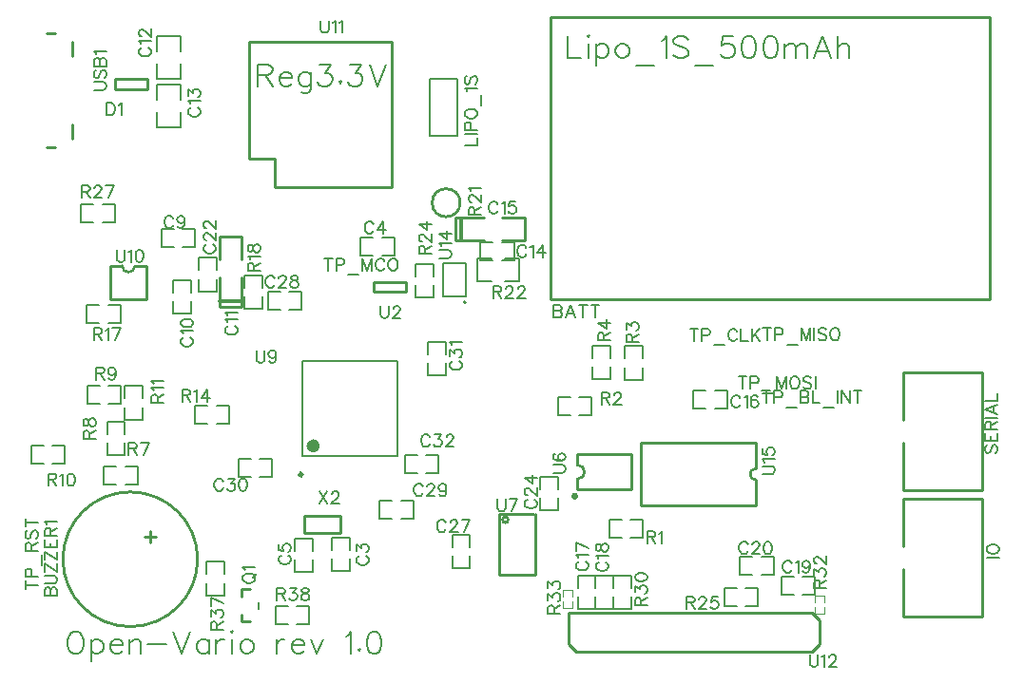
<source format=gto>
G04 ---------------------------- Layer name :TOP SILK LAYER*
G04 EasyEDA v5.7.26, Mon, 08 Oct 2018 11:53:26 GMT*
G04 3e30844db99a4207a4187d0db1b8c40a*
G04 Gerber Generator version 0.2*
G04 Scale: 100 percent, Rotated: No, Reflected: No *
G04 Dimensions in inches *
G04 leading zeros omitted , absolute positions ,2 integer and 4 decimal *
%FSLAX24Y24*%
%MOIN*%
G90*
G70D02*

%ADD10C,0.010000*%
%ADD13C,0.008000*%
%ADD58C,0.007874*%
%ADD59C,0.007870*%
%ADD60C,0.013000*%
%ADD61C,0.006693*%
%ADD62C,0.004000*%
%ADD63C,0.006693*%
%ADD64C,0.023622*%
%ADD65C,0.011811*%
%ADD66C,0.007000*%

%LPD*%
G54D58*
G01X4464Y9278D02*
G01X4464Y8844D01*
G01X3835Y8844D01*
G01X3835Y9278D01*
G01X4464Y9592D02*
G01X4464Y10026D01*
G01X4071Y10026D01*
G01X3835Y10026D01*
G01X3835Y9592D01*
G01X6727Y8709D02*
G01X6293Y8709D01*
G01X6293Y9340D01*
G01X6727Y9340D01*
G01X7042Y8709D02*
G01X7476Y8709D01*
G01X7476Y9103D01*
G01X7476Y9340D01*
G01X7042Y9340D01*
G54D10*
G01X19700Y6384D02*
G01X21600Y6384D01*
G01X21600Y7625D01*
G01X19700Y7625D01*
G01X19700Y7625D02*
G01X19700Y7255D01*
G01X19700Y6755D02*
G01X19700Y6384D01*
G01X1100Y18400D02*
G01X1400Y18400D01*
G01X1100Y22400D02*
G01X1400Y22400D01*
G01X2000Y21600D02*
G01X2000Y22100D01*
G01X2000Y19200D02*
G01X2000Y18700D01*
G01X4638Y20444D02*
G01X3477Y20444D01*
G01X3477Y20444D02*
G01X3477Y20784D01*
G01X3477Y20784D02*
G01X4638Y20784D01*
G01X4638Y20784D02*
G01X4638Y20444D01*
G54D59*
G01X5777Y21769D02*
G01X5777Y22288D01*
G01X4961Y22288D01*
G01X4961Y21769D01*
G01X5777Y21323D02*
G01X5777Y20803D01*
G01X4961Y20803D01*
G01X4961Y21323D01*
G01X4967Y19626D02*
G01X4967Y19107D01*
G01X5781Y19107D01*
G01X5781Y19626D01*
G01X4967Y20071D02*
G01X4967Y20592D01*
G01X5781Y20592D01*
G01X5781Y20071D01*
G54D13*
G01X15500Y18800D02*
G01X14510Y18800D01*
G01X14510Y20800D01*
G01X15500Y20800D01*
G01X15500Y18800D01*
G54D58*
G01X5535Y13296D02*
G01X5535Y13730D01*
G01X6164Y13730D01*
G01X6164Y13296D01*
G01X5535Y12982D02*
G01X5535Y12548D01*
G01X5928Y12548D01*
G01X6164Y12548D01*
G01X6164Y12982D01*
G01X3247Y12865D02*
G01X3681Y12865D01*
G01X3681Y12234D01*
G01X3247Y12234D01*
G01X2932Y12865D02*
G01X2498Y12865D01*
G01X2498Y12471D01*
G01X2498Y12234D01*
G01X2932Y12234D01*
G54D10*
G01X7930Y13830D02*
G01X7930Y12809D01*
G01X7150Y12809D01*
G01X7150Y13830D01*
G54D60*
G01X7169Y13009D02*
G01X7910Y13009D01*
G54D10*
G01X7150Y14469D02*
G01X7150Y15273D01*
G01X7938Y15273D01*
G01X7938Y14469D01*
G54D58*
G01X8035Y13471D02*
G01X8035Y13905D01*
G01X8664Y13905D01*
G01X8664Y13471D01*
G01X8035Y13157D02*
G01X8035Y12723D01*
G01X8428Y12723D01*
G01X8664Y12723D01*
G01X8664Y13157D01*
G54D61*
G01X15006Y14340D02*
G01X15006Y13159D01*
G01X15793Y14340D02*
G01X15793Y13159D01*
G01X15793Y14340D02*
G01X15006Y14340D01*
G01X15793Y13159D02*
G01X15006Y13159D01*
G54D58*
G01X17047Y15065D02*
G01X17481Y15065D01*
G01X17481Y14434D01*
G01X17047Y14434D01*
G01X16732Y15065D02*
G01X16298Y15065D01*
G01X16298Y14671D01*
G01X16298Y14434D01*
G01X16732Y14434D01*
G01X14035Y13871D02*
G01X14035Y14305D01*
G01X14664Y14305D01*
G01X14664Y13871D01*
G01X14035Y13557D02*
G01X14035Y13123D01*
G01X14428Y13123D01*
G01X14664Y13123D01*
G01X14664Y13557D01*
G54D59*
G01X16706Y14507D02*
G01X16186Y14507D01*
G01X16186Y13692D01*
G01X16706Y13692D01*
G01X17152Y14507D02*
G01X17672Y14507D01*
G01X17672Y13692D01*
G01X17152Y13692D01*
G54D10*
G01X16430Y15144D02*
G01X15410Y15144D01*
G01X15410Y15925D01*
G01X16430Y15925D01*
G54D60*
G01X15610Y15905D02*
G01X15610Y15165D01*
G54D10*
G01X17069Y15925D02*
G01X17873Y15925D01*
G01X17873Y15136D01*
G01X17069Y15136D01*
G54D58*
G01X977Y7284D02*
G01X543Y7284D01*
G01X543Y7915D01*
G01X977Y7915D01*
G01X1292Y7284D02*
G01X1726Y7284D01*
G01X1726Y7678D01*
G01X1726Y7915D01*
G01X1292Y7915D01*
G01X3847Y7190D02*
G01X4281Y7190D01*
G01X4281Y6559D01*
G01X3847Y6559D01*
G01X3532Y7190D02*
G01X3098Y7190D01*
G01X3098Y6796D01*
G01X3098Y6559D01*
G01X3532Y6559D01*
G01X3210Y8346D02*
G01X3210Y8780D01*
G01X3839Y8780D01*
G01X3839Y8346D01*
G01X3210Y8032D02*
G01X3210Y7598D01*
G01X3603Y7598D01*
G01X3839Y7598D01*
G01X3839Y8032D01*
G01X3272Y10040D02*
G01X3706Y10040D01*
G01X3706Y9409D01*
G01X3272Y9409D01*
G01X2957Y10040D02*
G01X2523Y10040D01*
G01X2523Y9646D01*
G01X2523Y9409D01*
G01X2957Y9409D01*
G54D10*
G01X13705Y13330D02*
G01X12544Y13330D01*
G01X12544Y13330D02*
G01X12544Y13669D01*
G01X12544Y13669D02*
G01X13705Y13669D01*
G01X13705Y13669D02*
G01X13705Y13330D01*
G54D58*
G01X12527Y14584D02*
G01X12093Y14584D01*
G01X12093Y15215D01*
G01X12527Y15215D01*
G01X12842Y14584D02*
G01X13276Y14584D01*
G01X13276Y14978D01*
G01X13276Y15215D01*
G01X12842Y15215D01*
G01X24202Y9234D02*
G01X23768Y9234D01*
G01X23768Y9865D01*
G01X24202Y9865D01*
G01X24517Y9234D02*
G01X24951Y9234D01*
G01X24951Y9628D01*
G01X24951Y9865D01*
G01X24517Y9865D01*
G01X25597Y2940D02*
G01X26031Y2940D01*
G01X26031Y2309D01*
G01X25597Y2309D01*
G01X25282Y2940D02*
G01X24848Y2940D01*
G01X24848Y2546D01*
G01X24848Y2309D01*
G01X25282Y2309D01*
G01X27277Y2684D02*
G01X26844Y2684D01*
G01X26844Y3315D01*
G01X27277Y3315D01*
G01X27593Y2684D02*
G01X28026Y2684D01*
G01X28026Y3078D01*
G01X28026Y3315D01*
G01X27593Y3315D01*
G01X25827Y3384D02*
G01X25394Y3384D01*
G01X25394Y4015D01*
G01X25827Y4015D01*
G01X26143Y3384D02*
G01X26576Y3384D01*
G01X26576Y3778D01*
G01X26576Y4015D01*
G01X26143Y4015D01*
G01X20339Y2628D02*
G01X20339Y2194D01*
G01X19710Y2194D01*
G01X19710Y2628D01*
G01X20339Y2942D02*
G01X20339Y3376D01*
G01X19946Y3376D01*
G01X19710Y3376D01*
G01X19710Y2942D01*
G01X20964Y2628D02*
G01X20964Y2194D01*
G01X20335Y2194D01*
G01X20335Y2628D01*
G01X20964Y2942D02*
G01X20964Y3376D01*
G01X20571Y3376D01*
G01X20335Y3376D01*
G01X20335Y2942D01*
G54D62*
G01X28030Y2280D02*
G01X28030Y2030D01*
G01X28369Y2030D01*
G01X28369Y2240D01*
G01X28369Y2280D01*
G01X28369Y2430D02*
G01X28369Y2669D01*
G01X28030Y2669D01*
G01X28030Y2459D01*
G01X28030Y2430D01*
G01X19519Y2619D02*
G01X19519Y2869D01*
G01X19180Y2869D01*
G01X19180Y2659D01*
G01X19180Y2619D01*
G01X19180Y2469D02*
G01X19180Y2230D01*
G01X19519Y2230D01*
G01X19519Y2440D01*
G01X19519Y2469D01*
G54D58*
G01X21589Y2628D02*
G01X21589Y2194D01*
G01X20960Y2194D01*
G01X20960Y2628D01*
G01X21589Y2942D02*
G01X21589Y3376D01*
G01X21196Y3376D01*
G01X20960Y3376D01*
G01X20960Y2942D01*
G01X3047Y16390D02*
G01X3480Y16390D01*
G01X3480Y15759D01*
G01X3047Y15759D01*
G01X2731Y16390D02*
G01X2298Y16390D01*
G01X2298Y15996D01*
G01X2298Y15759D01*
G01X2731Y15759D01*
G01X7064Y13778D02*
G01X7064Y13344D01*
G01X6435Y13344D01*
G01X6435Y13778D01*
G01X7064Y14092D02*
G01X7064Y14526D01*
G01X6671Y14526D01*
G01X6435Y14526D01*
G01X6435Y14092D01*
G01X20235Y10996D02*
G01X20235Y11430D01*
G01X20864Y11430D01*
G01X20864Y10996D01*
G01X20235Y10682D02*
G01X20235Y10248D01*
G01X20628Y10248D01*
G01X20864Y10248D01*
G01X20864Y10682D01*
G01X21989Y10678D02*
G01X21989Y10244D01*
G01X21360Y10244D01*
G01X21360Y10678D01*
G01X21989Y10992D02*
G01X21989Y11426D01*
G01X21596Y11426D01*
G01X21360Y11426D01*
G01X21360Y10992D01*
G01X6685Y3421D02*
G01X6685Y3855D01*
G01X7314Y3855D01*
G01X7314Y3421D01*
G01X6685Y3107D02*
G01X6685Y2673D01*
G01X7078Y2673D01*
G01X7314Y2673D01*
G01X7314Y3107D01*
G54D10*
G01X4725Y4944D02*
G01X4725Y4544D01*
G01X4925Y4744D02*
G01X4525Y4744D01*
G01X7918Y2640D02*
G01X7918Y2900D01*
G01X7918Y2640D01*
G01X7918Y2900D01*
G01X8239Y2900D01*
G01X8239Y1750D02*
G01X7918Y1750D01*
G01X7918Y2009D01*
G54D58*
G01X8528Y2207D02*
G01X8528Y2442D01*
G01X9552Y1659D02*
G01X9119Y1659D01*
G01X9119Y2290D01*
G01X9552Y2290D01*
G01X9868Y1659D02*
G01X10301Y1659D01*
G01X10301Y2053D01*
G01X10301Y2290D01*
G01X9868Y2290D01*
G01X18385Y6396D02*
G01X18385Y6830D01*
G01X19014Y6830D01*
G01X19014Y6396D01*
G01X18385Y6082D02*
G01X18385Y5648D01*
G01X18778Y5648D01*
G01X19014Y5648D01*
G01X19014Y6082D01*
G01X15310Y4371D02*
G01X15310Y4805D01*
G01X15939Y4805D01*
G01X15939Y4371D01*
G01X15310Y4057D02*
G01X15310Y3623D01*
G01X15703Y3623D01*
G01X15939Y3623D01*
G01X15939Y4057D01*
G54D10*
G01X25952Y6728D02*
G01X25952Y5825D01*
G01X21917Y5825D01*
G01X21917Y8025D01*
G01X25952Y8025D01*
G01X25952Y7121D01*
G01X16964Y3394D02*
G01X16964Y5521D01*
G01X18222Y3394D02*
G01X18222Y5521D01*
G01X16964Y3394D02*
G01X18222Y3394D01*
G01X16975Y5525D02*
G01X18175Y5525D01*
G54D58*
G01X9277Y12684D02*
G01X8843Y12684D01*
G01X8843Y13315D01*
G01X9277Y13315D01*
G01X9592Y12684D02*
G01X10026Y12684D01*
G01X10026Y13078D01*
G01X10026Y13315D01*
G01X9592Y13315D01*
G01X13202Y5359D02*
G01X12768Y5359D01*
G01X12768Y5990D01*
G01X13202Y5990D01*
G01X13517Y5359D02*
G01X13951Y5359D01*
G01X13951Y5753D01*
G01X13951Y5990D01*
G01X13517Y5990D01*
G01X15089Y10828D02*
G01X15089Y10394D01*
G01X14460Y10394D01*
G01X14460Y10828D01*
G01X15089Y11142D02*
G01X15089Y11576D01*
G01X14696Y11576D01*
G01X14460Y11576D01*
G01X14460Y11142D01*
G54D10*
G01X10119Y5469D02*
G01X11380Y5469D01*
G01X11380Y5469D02*
G01X11380Y4880D01*
G01X11380Y4880D02*
G01X10119Y4880D01*
G01X10119Y4880D02*
G01X10119Y5469D01*
G54D58*
G01X9785Y4246D02*
G01X9785Y4680D01*
G01X10414Y4680D01*
G01X10414Y4246D01*
G01X9785Y3932D02*
G01X9785Y3498D01*
G01X10178Y3498D01*
G01X10414Y3498D01*
G01X10414Y3932D01*
G01X11085Y4271D02*
G01X11085Y4705D01*
G01X11714Y4705D01*
G01X11714Y4271D01*
G01X11085Y3957D02*
G01X11085Y3523D01*
G01X11478Y3523D01*
G01X11714Y3523D01*
G01X11714Y3957D01*
G01X14397Y7590D02*
G01X14830Y7590D01*
G01X14830Y6959D01*
G01X14397Y6959D01*
G01X14081Y7590D02*
G01X13648Y7590D01*
G01X13648Y7196D01*
G01X13648Y6959D01*
G01X14081Y6959D01*
G54D10*
G01X31119Y4390D02*
G01X31119Y6069D01*
G01X33880Y6069D01*
G01X33880Y1930D01*
G01X31119Y1930D01*
G01X31119Y3609D01*
G01X3339Y13053D02*
G01X3339Y14234D01*
G01X4597Y13053D02*
G01X4597Y14230D01*
G01X3339Y13053D02*
G01X4597Y13053D01*
G01X3339Y14240D02*
G01X3739Y14240D01*
G01X4600Y14230D02*
G01X4185Y14230D01*
G54D58*
G01X5552Y14884D02*
G01X5119Y14884D01*
G01X5119Y15515D01*
G01X5552Y15515D01*
G01X5868Y14884D02*
G01X6301Y14884D01*
G01X6301Y15278D01*
G01X6301Y15515D01*
G01X5868Y15515D01*
G54D10*
G01X8200Y22100D02*
G01X13200Y22100D01*
G01X13200Y17000D01*
G01X9100Y17000D01*
G01X9100Y18000D01*
G01X8200Y18000D01*
G01X8200Y22100D01*
G54D58*
G01X8252Y6834D02*
G01X7818Y6834D01*
G01X7818Y7465D01*
G01X8252Y7465D01*
G01X8567Y6834D02*
G01X9001Y6834D01*
G01X9001Y7228D01*
G01X9001Y7465D01*
G01X8567Y7465D01*
G54D10*
G01X19386Y2076D02*
G01X27930Y2076D01*
G01X28206Y1800D01*
G01X28206Y971D01*
G01X27930Y698D01*
G01X19661Y698D01*
G01X19386Y971D01*
G01X19386Y2076D01*
G01X20213Y2076D01*
G01X31119Y8815D02*
G01X31119Y10494D01*
G01X33880Y10494D01*
G01X33880Y6355D01*
G01X31119Y6355D01*
G01X31119Y8034D01*
G54D58*
G01X10060Y10900D02*
G01X10060Y7553D01*
G01X13407Y7553D01*
G01X13407Y10900D01*
G01X10060Y10900D01*
G01X21252Y4684D02*
G01X20818Y4684D01*
G01X20818Y5315D01*
G01X21252Y5315D01*
G01X21567Y4684D02*
G01X22001Y4684D01*
G01X22001Y5078D01*
G01X22001Y5315D01*
G01X21567Y5315D01*
G01X19452Y9009D02*
G01X19018Y9009D01*
G01X19018Y9640D01*
G01X19452Y9640D01*
G01X19767Y9009D02*
G01X20201Y9009D01*
G01X20201Y9403D01*
G01X20201Y9640D01*
G01X19767Y9640D01*
G54D10*
G01X34175Y22952D02*
G01X18775Y22952D01*
G01X18775Y22952D02*
G01X18775Y13052D01*
G01X34175Y13052D01*
G01X34175Y22952D01*
G54D13*
G01X2043Y1388D02*
G01X1969Y1351D01*
G01X1897Y1278D01*
G01X1860Y1205D01*
G01X1825Y1096D01*
G01X1825Y915D01*
G01X1860Y805D01*
G01X1897Y734D01*
G01X1969Y661D01*
G01X2043Y625D01*
G01X2189Y625D01*
G01X2260Y661D01*
G01X2334Y734D01*
G01X2369Y805D01*
G01X2406Y915D01*
G01X2406Y1096D01*
G01X2369Y1205D01*
G01X2334Y1278D01*
G01X2260Y1351D01*
G01X2189Y1388D01*
G01X2043Y1388D01*
G01X2647Y1134D02*
G01X2647Y369D01*
G01X2647Y1025D02*
G01X2719Y1096D01*
G01X2792Y1134D01*
G01X2901Y1134D01*
G01X2973Y1096D01*
G01X3047Y1025D01*
G01X3082Y915D01*
G01X3082Y842D01*
G01X3047Y734D01*
G01X2973Y661D01*
G01X2901Y625D01*
G01X2792Y625D01*
G01X2719Y661D01*
G01X2647Y734D01*
G01X3322Y915D02*
G01X3760Y915D01*
G01X3760Y988D01*
G01X3722Y1061D01*
G01X3686Y1096D01*
G01X3614Y1134D01*
G01X3505Y1134D01*
G01X3431Y1096D01*
G01X3360Y1025D01*
G01X3322Y915D01*
G01X3322Y842D01*
G01X3360Y734D01*
G01X3431Y661D01*
G01X3505Y625D01*
G01X3614Y625D01*
G01X3686Y661D01*
G01X3760Y734D01*
G01X4000Y1134D02*
G01X4000Y625D01*
G01X4000Y988D02*
G01X4109Y1096D01*
G01X4181Y1134D01*
G01X4289Y1134D01*
G01X4363Y1096D01*
G01X4400Y988D01*
G01X4400Y625D01*
G01X4639Y951D02*
G01X5293Y951D01*
G01X5534Y1388D02*
G01X5825Y625D01*
G01X6115Y1388D02*
G01X5825Y625D01*
G01X6792Y1134D02*
G01X6792Y625D01*
G01X6792Y1025D02*
G01X6719Y1096D01*
G01X6647Y1134D01*
G01X6538Y1134D01*
G01X6464Y1096D01*
G01X6392Y1025D01*
G01X6356Y915D01*
G01X6356Y842D01*
G01X6392Y734D01*
G01X6464Y661D01*
G01X6538Y625D01*
G01X6647Y625D01*
G01X6719Y661D01*
G01X6792Y734D01*
G01X7031Y1134D02*
G01X7031Y625D01*
G01X7031Y915D02*
G01X7068Y1025D01*
G01X7140Y1096D01*
G01X7214Y1134D01*
G01X7322Y1134D01*
G01X7563Y1388D02*
G01X7600Y1351D01*
G01X7635Y1388D01*
G01X7600Y1425D01*
G01X7563Y1388D01*
G01X7600Y1134D02*
G01X7600Y625D01*
G01X8057Y1134D02*
G01X7985Y1096D01*
G01X7911Y1025D01*
G01X7876Y915D01*
G01X7876Y842D01*
G01X7911Y734D01*
G01X7985Y661D01*
G01X8057Y625D01*
G01X8167Y625D01*
G01X8239Y661D01*
G01X8311Y734D01*
G01X8348Y842D01*
G01X8348Y915D01*
G01X8311Y1025D01*
G01X8239Y1096D01*
G01X8167Y1134D01*
G01X8057Y1134D01*
G01X9148Y1134D02*
G01X9148Y625D01*
G01X9148Y915D02*
G01X9185Y1025D01*
G01X9257Y1096D01*
G01X9330Y1134D01*
G01X9439Y1134D01*
G01X9680Y915D02*
G01X10115Y915D01*
G01X10115Y988D01*
G01X10080Y1061D01*
G01X10043Y1096D01*
G01X9969Y1134D01*
G01X9860Y1134D01*
G01X9789Y1096D01*
G01X9715Y1025D01*
G01X9680Y915D01*
G01X9680Y842D01*
G01X9715Y734D01*
G01X9789Y661D01*
G01X9860Y625D01*
G01X9969Y625D01*
G01X10043Y661D01*
G01X10115Y734D01*
G01X10356Y1134D02*
G01X10573Y625D01*
G01X10792Y1134D02*
G01X10573Y625D01*
G01X11592Y1242D02*
G01X11664Y1278D01*
G01X11773Y1388D01*
G01X11773Y625D01*
G01X12050Y805D02*
G01X12014Y769D01*
G01X12050Y734D01*
G01X12086Y769D01*
G01X12050Y805D01*
G01X12544Y1388D02*
G01X12435Y1351D01*
G01X12363Y1242D01*
G01X12327Y1061D01*
G01X12327Y951D01*
G01X12363Y769D01*
G01X12435Y661D01*
G01X12544Y625D01*
G01X12618Y625D01*
G01X12727Y661D01*
G01X12800Y769D01*
G01X12835Y951D01*
G01X12835Y1061D01*
G01X12800Y1242D01*
G01X12727Y1351D01*
G01X12618Y1388D01*
G01X12544Y1388D01*
G54D66*
G01X4774Y9439D02*
G01X5203Y9439D01*
G01X4774Y9439D02*
G01X4774Y9623D01*
G01X4794Y9684D01*
G01X4814Y9705D01*
G01X4855Y9725D01*
G01X4896Y9725D01*
G01X4937Y9705D01*
G01X4958Y9684D01*
G01X4978Y9623D01*
G01X4978Y9439D01*
G01X4978Y9582D02*
G01X5203Y9725D01*
G01X4855Y9860D02*
G01X4835Y9901D01*
G01X4774Y9963D01*
G01X5203Y9963D01*
G01X4855Y10098D02*
G01X4835Y10139D01*
G01X4774Y10200D01*
G01X5203Y10200D01*
G01X5850Y9900D02*
G01X5850Y9471D01*
G01X5850Y9900D02*
G01X6034Y9900D01*
G01X6094Y9880D01*
G01X6115Y9860D01*
G01X6135Y9819D01*
G01X6135Y9778D01*
G01X6115Y9737D01*
G01X6094Y9716D01*
G01X6034Y9696D01*
G01X5850Y9696D01*
G01X5993Y9696D02*
G01X6135Y9471D01*
G01X6271Y9819D02*
G01X6311Y9839D01*
G01X6373Y9900D01*
G01X6373Y9471D01*
G01X6713Y9900D02*
G01X6509Y9614D01*
G01X6814Y9614D01*
G01X6713Y9900D02*
G01X6713Y9471D01*
G01X18855Y6975D02*
G01X19160Y6975D01*
G01X19222Y6994D01*
G01X19264Y7036D01*
G01X19284Y7098D01*
G01X19284Y7138D01*
G01X19264Y7200D01*
G01X19222Y7240D01*
G01X19160Y7261D01*
G01X18855Y7261D01*
G01X18915Y7642D02*
G01X18875Y7621D01*
G01X18855Y7559D01*
G01X18855Y7519D01*
G01X18875Y7457D01*
G01X18935Y7417D01*
G01X19039Y7396D01*
G01X19140Y7396D01*
G01X19222Y7417D01*
G01X19264Y7457D01*
G01X19284Y7519D01*
G01X19284Y7540D01*
G01X19264Y7601D01*
G01X19222Y7642D01*
G01X19160Y7661D01*
G01X19140Y7661D01*
G01X19080Y7642D01*
G01X19039Y7601D01*
G01X19018Y7540D01*
G01X19018Y7519D01*
G01X19039Y7457D01*
G01X19080Y7417D01*
G01X19140Y7396D01*
G01X2755Y20400D02*
G01X3060Y20400D01*
G01X3122Y20419D01*
G01X3164Y20461D01*
G01X3184Y20523D01*
G01X3184Y20563D01*
G01X3164Y20625D01*
G01X3122Y20665D01*
G01X3060Y20686D01*
G01X2755Y20686D01*
G01X2815Y21107D02*
G01X2775Y21067D01*
G01X2755Y21005D01*
G01X2755Y20923D01*
G01X2775Y20861D01*
G01X2815Y20821D01*
G01X2856Y20821D01*
G01X2897Y20842D01*
G01X2918Y20861D01*
G01X2939Y20903D01*
G01X2980Y21026D01*
G01X3000Y21067D01*
G01X3019Y21086D01*
G01X3060Y21107D01*
G01X3122Y21107D01*
G01X3164Y21067D01*
G01X3184Y21005D01*
G01X3184Y20923D01*
G01X3164Y20861D01*
G01X3122Y20821D01*
G01X2755Y21242D02*
G01X3184Y21242D01*
G01X2755Y21242D02*
G01X2755Y21427D01*
G01X2775Y21488D01*
G01X2794Y21509D01*
G01X2835Y21528D01*
G01X2877Y21528D01*
G01X2918Y21509D01*
G01X2939Y21488D01*
G01X2959Y21427D01*
G01X2959Y21242D02*
G01X2959Y21427D01*
G01X2980Y21488D01*
G01X3000Y21509D01*
G01X3040Y21528D01*
G01X3102Y21528D01*
G01X3143Y21509D01*
G01X3164Y21488D01*
G01X3184Y21427D01*
G01X3184Y21242D01*
G01X2835Y21663D02*
G01X2815Y21705D01*
G01X2755Y21765D01*
G01X3184Y21765D01*
G01X3200Y19950D02*
G01X3200Y19521D01*
G01X3200Y19950D02*
G01X3343Y19950D01*
G01X3405Y19930D01*
G01X3445Y19889D01*
G01X3466Y19848D01*
G01X3486Y19787D01*
G01X3486Y19685D01*
G01X3466Y19623D01*
G01X3445Y19582D01*
G01X3405Y19541D01*
G01X3343Y19521D01*
G01X3200Y19521D01*
G01X3621Y19869D02*
G01X3662Y19889D01*
G01X3724Y19950D01*
G01X3724Y19521D01*
G01X4427Y21891D02*
G01X4386Y21870D01*
G01X4345Y21829D01*
G01X4325Y21789D01*
G01X4325Y21707D01*
G01X4345Y21666D01*
G01X4386Y21625D01*
G01X4427Y21604D01*
G01X4488Y21584D01*
G01X4590Y21584D01*
G01X4652Y21604D01*
G01X4693Y21625D01*
G01X4734Y21666D01*
G01X4754Y21707D01*
G01X4754Y21789D01*
G01X4734Y21829D01*
G01X4693Y21870D01*
G01X4652Y21891D01*
G01X4406Y22026D02*
G01X4386Y22067D01*
G01X4325Y22128D01*
G01X4754Y22128D01*
G01X4427Y22284D02*
G01X4406Y22284D01*
G01X4365Y22304D01*
G01X4345Y22324D01*
G01X4325Y22365D01*
G01X4325Y22447D01*
G01X4345Y22488D01*
G01X4365Y22509D01*
G01X4406Y22529D01*
G01X4447Y22529D01*
G01X4488Y22509D01*
G01X4550Y22468D01*
G01X4754Y22263D01*
G01X4754Y22549D01*
G01X6152Y19782D02*
G01X6111Y19761D01*
G01X6070Y19720D01*
G01X6050Y19680D01*
G01X6050Y19598D01*
G01X6070Y19557D01*
G01X6111Y19516D01*
G01X6152Y19495D01*
G01X6213Y19475D01*
G01X6315Y19475D01*
G01X6377Y19495D01*
G01X6418Y19516D01*
G01X6459Y19557D01*
G01X6479Y19598D01*
G01X6479Y19680D01*
G01X6459Y19720D01*
G01X6418Y19761D01*
G01X6377Y19782D01*
G01X6131Y19917D02*
G01X6111Y19958D01*
G01X6050Y20019D01*
G01X6479Y20019D01*
G01X6050Y20195D02*
G01X6050Y20420D01*
G01X6213Y20297D01*
G01X6213Y20359D01*
G01X6234Y20400D01*
G01X6254Y20420D01*
G01X6315Y20440D01*
G01X6356Y20440D01*
G01X6418Y20420D01*
G01X6459Y20379D01*
G01X6479Y20318D01*
G01X6479Y20256D01*
G01X6459Y20195D01*
G01X6438Y20175D01*
G01X6397Y20154D01*
G01X15750Y18474D02*
G01X16179Y18474D01*
G01X16179Y18474D02*
G01X16179Y18719D01*
G01X15750Y18854D02*
G01X16179Y18854D01*
G01X15750Y18989D02*
G01X16179Y18989D01*
G01X15750Y18989D02*
G01X15750Y19174D01*
G01X15770Y19235D01*
G01X15790Y19255D01*
G01X15831Y19276D01*
G01X15893Y19276D01*
G01X15934Y19255D01*
G01X15954Y19235D01*
G01X15975Y19174D01*
G01X15975Y18989D01*
G01X15750Y19534D02*
G01X15770Y19493D01*
G01X15811Y19452D01*
G01X15852Y19431D01*
G01X15913Y19411D01*
G01X16015Y19411D01*
G01X16077Y19431D01*
G01X16118Y19452D01*
G01X16159Y19493D01*
G01X16179Y19534D01*
G01X16179Y19615D01*
G01X16159Y19656D01*
G01X16118Y19697D01*
G01X16077Y19718D01*
G01X16015Y19738D01*
G01X15913Y19738D01*
G01X15852Y19718D01*
G01X15811Y19697D01*
G01X15770Y19656D01*
G01X15750Y19615D01*
G01X15750Y19534D01*
G01X16322Y19873D02*
G01X16322Y20241D01*
G01X15831Y20376D02*
G01X15811Y20417D01*
G01X15750Y20479D01*
G01X16179Y20479D01*
G01X15811Y20900D02*
G01X15770Y20859D01*
G01X15750Y20798D01*
G01X15750Y20716D01*
G01X15770Y20654D01*
G01X15811Y20614D01*
G01X15852Y20614D01*
G01X15893Y20634D01*
G01X15913Y20654D01*
G01X15934Y20695D01*
G01X15975Y20818D01*
G01X15995Y20859D01*
G01X16015Y20879D01*
G01X16056Y20900D01*
G01X16118Y20900D01*
G01X16159Y20859D01*
G01X16179Y20798D01*
G01X16179Y20716D01*
G01X16159Y20654D01*
G01X16118Y20614D01*
G01X5901Y11717D02*
G01X5860Y11696D01*
G01X5819Y11655D01*
G01X5799Y11615D01*
G01X5799Y11533D01*
G01X5819Y11492D01*
G01X5860Y11451D01*
G01X5901Y11430D01*
G01X5962Y11410D01*
G01X6064Y11410D01*
G01X6126Y11430D01*
G01X6167Y11451D01*
G01X6208Y11492D01*
G01X6228Y11533D01*
G01X6228Y11615D01*
G01X6208Y11655D01*
G01X6167Y11696D01*
G01X6126Y11717D01*
G01X5880Y11852D02*
G01X5860Y11893D01*
G01X5799Y11954D01*
G01X6228Y11954D01*
G01X5799Y12212D02*
G01X5819Y12150D01*
G01X5880Y12110D01*
G01X5983Y12089D01*
G01X6044Y12089D01*
G01X6146Y12110D01*
G01X6208Y12150D01*
G01X6228Y12212D01*
G01X6228Y12253D01*
G01X6208Y12314D01*
G01X6146Y12355D01*
G01X6044Y12375D01*
G01X5983Y12375D01*
G01X5880Y12355D01*
G01X5819Y12314D01*
G01X5799Y12253D01*
G01X5799Y12212D01*
G01X2749Y12050D02*
G01X2749Y11621D01*
G01X2749Y12050D02*
G01X2933Y12050D01*
G01X2994Y12030D01*
G01X3015Y12010D01*
G01X3035Y11969D01*
G01X3035Y11928D01*
G01X3015Y11887D01*
G01X2994Y11866D01*
G01X2933Y11846D01*
G01X2749Y11846D01*
G01X2892Y11846D02*
G01X3035Y11621D01*
G01X3170Y11969D02*
G01X3211Y11989D01*
G01X3273Y12050D01*
G01X3273Y11621D01*
G01X3694Y12050D02*
G01X3489Y11621D01*
G01X3408Y12050D02*
G01X3694Y12050D01*
G01X7451Y12126D02*
G01X7410Y12105D01*
G01X7369Y12064D01*
G01X7349Y12024D01*
G01X7349Y11942D01*
G01X7369Y11901D01*
G01X7410Y11860D01*
G01X7451Y11839D01*
G01X7512Y11819D01*
G01X7614Y11819D01*
G01X7676Y11839D01*
G01X7717Y11860D01*
G01X7758Y11901D01*
G01X7778Y11942D01*
G01X7778Y12024D01*
G01X7758Y12064D01*
G01X7717Y12105D01*
G01X7676Y12126D01*
G01X7430Y12261D02*
G01X7410Y12302D01*
G01X7349Y12363D01*
G01X7778Y12363D01*
G01X7430Y12498D02*
G01X7410Y12539D01*
G01X7349Y12600D01*
G01X7778Y12600D01*
G01X8149Y14055D02*
G01X8578Y14055D01*
G01X8149Y14055D02*
G01X8149Y14239D01*
G01X8169Y14300D01*
G01X8189Y14321D01*
G01X8230Y14341D01*
G01X8271Y14341D01*
G01X8312Y14321D01*
G01X8333Y14300D01*
G01X8353Y14239D01*
G01X8353Y14055D01*
G01X8353Y14198D02*
G01X8578Y14341D01*
G01X8230Y14476D02*
G01X8210Y14517D01*
G01X8149Y14579D01*
G01X8578Y14579D01*
G01X8149Y14816D02*
G01X8169Y14755D01*
G01X8210Y14734D01*
G01X8251Y14734D01*
G01X8292Y14755D01*
G01X8312Y14795D01*
G01X8333Y14877D01*
G01X8353Y14939D01*
G01X8394Y14980D01*
G01X8435Y15000D01*
G01X8496Y15000D01*
G01X8537Y14980D01*
G01X8558Y14959D01*
G01X8578Y14898D01*
G01X8578Y14816D01*
G01X8558Y14755D01*
G01X8537Y14734D01*
G01X8496Y14714D01*
G01X8435Y14714D01*
G01X8394Y14734D01*
G01X8353Y14775D01*
G01X8333Y14836D01*
G01X8312Y14918D01*
G01X8292Y14959D01*
G01X8251Y14980D01*
G01X8210Y14980D01*
G01X8169Y14959D01*
G01X8149Y14898D01*
G01X8149Y14816D01*
G01X14849Y14510D02*
G01X15155Y14510D01*
G01X15217Y14530D01*
G01X15258Y14571D01*
G01X15278Y14633D01*
G01X15278Y14674D01*
G01X15258Y14735D01*
G01X15217Y14776D01*
G01X15155Y14796D01*
G01X14849Y14796D01*
G01X14930Y14931D02*
G01X14910Y14972D01*
G01X14849Y15034D01*
G01X15278Y15034D01*
G01X14849Y15373D02*
G01X15135Y15169D01*
G01X15135Y15475D01*
G01X14849Y15373D02*
G01X15278Y15373D01*
G01X16750Y13525D02*
G01X16750Y13096D01*
G01X16750Y13525D02*
G01X16934Y13525D01*
G01X16994Y13505D01*
G01X17015Y13485D01*
G01X17035Y13444D01*
G01X17035Y13403D01*
G01X17015Y13362D01*
G01X16994Y13341D01*
G01X16934Y13321D01*
G01X16750Y13321D01*
G01X16893Y13321D02*
G01X17035Y13096D01*
G01X17192Y13423D02*
G01X17192Y13444D01*
G01X17211Y13485D01*
G01X17232Y13505D01*
G01X17273Y13525D01*
G01X17355Y13525D01*
G01X17396Y13505D01*
G01X17417Y13485D01*
G01X17436Y13444D01*
G01X17436Y13403D01*
G01X17417Y13362D01*
G01X17376Y13300D01*
G01X17171Y13096D01*
G01X17457Y13096D01*
G01X17613Y13423D02*
G01X17613Y13444D01*
G01X17634Y13485D01*
G01X17653Y13505D01*
G01X17694Y13525D01*
G01X17777Y13525D01*
G01X17818Y13505D01*
G01X17838Y13485D01*
G01X17859Y13444D01*
G01X17859Y13403D01*
G01X17838Y13362D01*
G01X17797Y13300D01*
G01X17593Y13096D01*
G01X17878Y13096D01*
G01X14149Y14650D02*
G01X14578Y14650D01*
G01X14149Y14650D02*
G01X14149Y14834D01*
G01X14169Y14894D01*
G01X14189Y14915D01*
G01X14230Y14936D01*
G01X14271Y14936D01*
G01X14312Y14915D01*
G01X14333Y14894D01*
G01X14353Y14834D01*
G01X14353Y14650D01*
G01X14353Y14792D02*
G01X14578Y14936D01*
G01X14251Y15092D02*
G01X14230Y15092D01*
G01X14189Y15111D01*
G01X14169Y15132D01*
G01X14149Y15173D01*
G01X14149Y15255D01*
G01X14169Y15296D01*
G01X14189Y15317D01*
G01X14230Y15336D01*
G01X14271Y15336D01*
G01X14312Y15317D01*
G01X14374Y15276D01*
G01X14578Y15071D01*
G01X14578Y15357D01*
G01X14149Y15696D02*
G01X14435Y15492D01*
G01X14435Y15800D01*
G01X14149Y15696D02*
G01X14578Y15696D01*
G01X17906Y14873D02*
G01X17885Y14914D01*
G01X17844Y14955D01*
G01X17804Y14975D01*
G01X17722Y14975D01*
G01X17681Y14955D01*
G01X17640Y14914D01*
G01X17619Y14873D01*
G01X17599Y14812D01*
G01X17599Y14710D01*
G01X17619Y14648D01*
G01X17640Y14607D01*
G01X17681Y14566D01*
G01X17722Y14546D01*
G01X17804Y14546D01*
G01X17844Y14566D01*
G01X17885Y14607D01*
G01X17906Y14648D01*
G01X18041Y14894D02*
G01X18082Y14914D01*
G01X18143Y14975D01*
G01X18143Y14546D01*
G01X18483Y14975D02*
G01X18278Y14689D01*
G01X18585Y14689D01*
G01X18483Y14975D02*
G01X18483Y14546D01*
G01X16906Y16398D02*
G01X16885Y16439D01*
G01X16844Y16480D01*
G01X16805Y16500D01*
G01X16722Y16500D01*
G01X16681Y16480D01*
G01X16640Y16439D01*
G01X16619Y16398D01*
G01X16600Y16337D01*
G01X16600Y16235D01*
G01X16619Y16173D01*
G01X16640Y16132D01*
G01X16681Y16091D01*
G01X16722Y16071D01*
G01X16805Y16071D01*
G01X16844Y16091D01*
G01X16885Y16132D01*
G01X16906Y16173D01*
G01X17042Y16419D02*
G01X17082Y16439D01*
G01X17143Y16500D01*
G01X17143Y16071D01*
G01X17525Y16500D02*
G01X17319Y16500D01*
G01X17300Y16316D01*
G01X17319Y16337D01*
G01X17381Y16357D01*
G01X17443Y16357D01*
G01X17503Y16337D01*
G01X17544Y16296D01*
G01X17564Y16235D01*
G01X17564Y16194D01*
G01X17544Y16132D01*
G01X17503Y16091D01*
G01X17443Y16071D01*
G01X17381Y16071D01*
G01X17319Y16091D01*
G01X17300Y16112D01*
G01X17278Y16153D01*
G01X1150Y6944D02*
G01X1150Y6515D01*
G01X1150Y6944D02*
G01X1334Y6944D01*
G01X1394Y6925D01*
G01X1415Y6905D01*
G01X1435Y6863D01*
G01X1435Y6823D01*
G01X1415Y6782D01*
G01X1394Y6761D01*
G01X1334Y6740D01*
G01X1150Y6740D01*
G01X1293Y6740D02*
G01X1435Y6515D01*
G01X1571Y6863D02*
G01X1611Y6884D01*
G01X1673Y6944D01*
G01X1673Y6515D01*
G01X1931Y6944D02*
G01X1869Y6925D01*
G01X1828Y6863D01*
G01X1809Y6761D01*
G01X1809Y6700D01*
G01X1828Y6598D01*
G01X1869Y6536D01*
G01X1931Y6515D01*
G01X1972Y6515D01*
G01X2034Y6536D01*
G01X2075Y6598D01*
G01X2094Y6700D01*
G01X2094Y6761D01*
G01X2075Y6863D01*
G01X2034Y6925D01*
G01X1972Y6944D01*
G01X1931Y6944D01*
G01X3975Y8025D02*
G01X3975Y7596D01*
G01X3975Y8025D02*
G01X4159Y8025D01*
G01X4219Y8005D01*
G01X4240Y7985D01*
G01X4260Y7944D01*
G01X4260Y7903D01*
G01X4240Y7862D01*
G01X4219Y7841D01*
G01X4159Y7821D01*
G01X3975Y7821D01*
G01X4118Y7821D02*
G01X4260Y7596D01*
G01X4682Y8025D02*
G01X4477Y7596D01*
G01X4396Y8025D02*
G01X4682Y8025D01*
G01X2380Y8175D02*
G01X2809Y8175D01*
G01X2380Y8175D02*
G01X2380Y8359D01*
G01X2400Y8419D01*
G01X2419Y8440D01*
G01X2460Y8461D01*
G01X2502Y8461D01*
G01X2543Y8440D01*
G01X2564Y8419D01*
G01X2584Y8359D01*
G01X2584Y8175D01*
G01X2584Y8317D02*
G01X2809Y8461D01*
G01X2380Y8698D02*
G01X2400Y8636D01*
G01X2440Y8617D01*
G01X2481Y8617D01*
G01X2522Y8636D01*
G01X2543Y8678D01*
G01X2564Y8759D01*
G01X2584Y8821D01*
G01X2625Y8861D01*
G01X2665Y8882D01*
G01X2727Y8882D01*
G01X2768Y8861D01*
G01X2789Y8842D01*
G01X2809Y8780D01*
G01X2809Y8698D01*
G01X2789Y8636D01*
G01X2768Y8617D01*
G01X2727Y8596D01*
G01X2665Y8596D01*
G01X2625Y8617D01*
G01X2584Y8657D01*
G01X2564Y8719D01*
G01X2543Y8801D01*
G01X2522Y8842D01*
G01X2481Y8861D01*
G01X2440Y8861D01*
G01X2400Y8842D01*
G01X2380Y8780D01*
G01X2380Y8698D01*
G01X2825Y10675D02*
G01X2825Y10246D01*
G01X2825Y10675D02*
G01X3009Y10675D01*
G01X3069Y10655D01*
G01X3090Y10635D01*
G01X3110Y10594D01*
G01X3110Y10553D01*
G01X3090Y10512D01*
G01X3069Y10491D01*
G01X3009Y10471D01*
G01X2825Y10471D01*
G01X2968Y10471D02*
G01X3110Y10246D01*
G01X3511Y10532D02*
G01X3492Y10471D01*
G01X3451Y10430D01*
G01X3389Y10410D01*
G01X3368Y10410D01*
G01X3307Y10430D01*
G01X3267Y10471D01*
G01X3246Y10532D01*
G01X3246Y10553D01*
G01X3267Y10614D01*
G01X3307Y10655D01*
G01X3368Y10675D01*
G01X3389Y10675D01*
G01X3451Y10655D01*
G01X3492Y10614D01*
G01X3511Y10532D01*
G01X3511Y10430D01*
G01X3492Y10328D01*
G01X3451Y10266D01*
G01X3389Y10246D01*
G01X3348Y10246D01*
G01X3286Y10266D01*
G01X3267Y10307D01*
G01X12800Y12825D02*
G01X12800Y12519D01*
G01X12820Y12457D01*
G01X12861Y12416D01*
G01X12923Y12396D01*
G01X12964Y12396D01*
G01X13025Y12416D01*
G01X13066Y12457D01*
G01X13086Y12519D01*
G01X13086Y12825D01*
G01X13242Y12723D02*
G01X13242Y12744D01*
G01X13262Y12785D01*
G01X13283Y12805D01*
G01X13324Y12825D01*
G01X13405Y12825D01*
G01X13446Y12805D01*
G01X13467Y12785D01*
G01X13487Y12744D01*
G01X13487Y12703D01*
G01X13467Y12662D01*
G01X13426Y12600D01*
G01X13221Y12396D01*
G01X13508Y12396D01*
G01X12551Y15694D02*
G01X12530Y15735D01*
G01X12489Y15776D01*
G01X12449Y15796D01*
G01X12367Y15796D01*
G01X12326Y15776D01*
G01X12285Y15735D01*
G01X12264Y15694D01*
G01X12244Y15633D01*
G01X12244Y15531D01*
G01X12264Y15469D01*
G01X12285Y15428D01*
G01X12326Y15387D01*
G01X12367Y15367D01*
G01X12449Y15367D01*
G01X12489Y15387D01*
G01X12530Y15428D01*
G01X12551Y15469D01*
G01X12890Y15796D02*
G01X12686Y15510D01*
G01X12993Y15510D01*
G01X12890Y15796D02*
G01X12890Y15367D01*
G01X25406Y9598D02*
G01X25385Y9639D01*
G01X25344Y9680D01*
G01X25305Y9700D01*
G01X25222Y9700D01*
G01X25181Y9680D01*
G01X25140Y9639D01*
G01X25119Y9598D01*
G01X25100Y9537D01*
G01X25100Y9435D01*
G01X25119Y9373D01*
G01X25140Y9332D01*
G01X25181Y9291D01*
G01X25222Y9271D01*
G01X25305Y9271D01*
G01X25344Y9291D01*
G01X25385Y9332D01*
G01X25406Y9373D01*
G01X25542Y9619D02*
G01X25582Y9639D01*
G01X25643Y9700D01*
G01X25643Y9271D01*
G01X26025Y9639D02*
G01X26003Y9680D01*
G01X25943Y9700D01*
G01X25902Y9700D01*
G01X25839Y9680D01*
G01X25800Y9619D01*
G01X25778Y9516D01*
G01X25778Y9414D01*
G01X25800Y9332D01*
G01X25839Y9291D01*
G01X25902Y9271D01*
G01X25922Y9271D01*
G01X25984Y9291D01*
G01X26025Y9332D01*
G01X26044Y9394D01*
G01X26044Y9414D01*
G01X26025Y9475D01*
G01X25984Y9516D01*
G01X25922Y9537D01*
G01X25902Y9537D01*
G01X25839Y9516D01*
G01X25800Y9475D01*
G01X25778Y9414D01*
G01X23525Y2625D02*
G01X23525Y2196D01*
G01X23525Y2625D02*
G01X23709Y2625D01*
G01X23769Y2605D01*
G01X23790Y2585D01*
G01X23810Y2544D01*
G01X23810Y2503D01*
G01X23790Y2462D01*
G01X23769Y2441D01*
G01X23709Y2421D01*
G01X23525Y2421D01*
G01X23668Y2421D02*
G01X23810Y2196D01*
G01X23967Y2523D02*
G01X23967Y2544D01*
G01X23986Y2585D01*
G01X24007Y2605D01*
G01X24048Y2625D01*
G01X24130Y2625D01*
G01X24171Y2605D01*
G01X24192Y2585D01*
G01X24211Y2544D01*
G01X24211Y2503D01*
G01X24192Y2462D01*
G01X24151Y2400D01*
G01X23946Y2196D01*
G01X24232Y2196D01*
G01X24613Y2625D02*
G01X24409Y2625D01*
G01X24388Y2441D01*
G01X24409Y2462D01*
G01X24469Y2482D01*
G01X24531Y2482D01*
G01X24593Y2462D01*
G01X24634Y2421D01*
G01X24653Y2360D01*
G01X24653Y2319D01*
G01X24634Y2257D01*
G01X24593Y2216D01*
G01X24531Y2196D01*
G01X24469Y2196D01*
G01X24409Y2216D01*
G01X24388Y2237D01*
G01X24368Y2278D01*
G01X27212Y3798D02*
G01X27191Y3839D01*
G01X27150Y3880D01*
G01X27110Y3900D01*
G01X27028Y3900D01*
G01X26987Y3880D01*
G01X26946Y3839D01*
G01X26925Y3798D01*
G01X26905Y3737D01*
G01X26905Y3635D01*
G01X26925Y3573D01*
G01X26946Y3532D01*
G01X26987Y3491D01*
G01X27028Y3471D01*
G01X27110Y3471D01*
G01X27150Y3491D01*
G01X27191Y3532D01*
G01X27212Y3573D01*
G01X27347Y3819D02*
G01X27388Y3839D01*
G01X27449Y3900D01*
G01X27449Y3471D01*
G01X27850Y3757D02*
G01X27830Y3696D01*
G01X27789Y3655D01*
G01X27727Y3635D01*
G01X27707Y3635D01*
G01X27645Y3655D01*
G01X27605Y3696D01*
G01X27584Y3757D01*
G01X27584Y3778D01*
G01X27605Y3839D01*
G01X27645Y3880D01*
G01X27707Y3900D01*
G01X27727Y3900D01*
G01X27789Y3880D01*
G01X27830Y3839D01*
G01X27850Y3757D01*
G01X27850Y3655D01*
G01X27830Y3553D01*
G01X27789Y3491D01*
G01X27727Y3471D01*
G01X27686Y3471D01*
G01X27625Y3491D01*
G01X27605Y3532D01*
G01X25681Y4448D02*
G01X25660Y4489D01*
G01X25619Y4530D01*
G01X25580Y4550D01*
G01X25497Y4550D01*
G01X25456Y4530D01*
G01X25415Y4489D01*
G01X25394Y4448D01*
G01X25375Y4387D01*
G01X25375Y4285D01*
G01X25394Y4223D01*
G01X25415Y4182D01*
G01X25456Y4141D01*
G01X25497Y4121D01*
G01X25580Y4121D01*
G01X25619Y4141D01*
G01X25660Y4182D01*
G01X25681Y4223D01*
G01X25836Y4448D02*
G01X25836Y4469D01*
G01X25857Y4510D01*
G01X25877Y4530D01*
G01X25918Y4550D01*
G01X26001Y4550D01*
G01X26042Y4530D01*
G01X26061Y4510D01*
G01X26082Y4469D01*
G01X26082Y4428D01*
G01X26061Y4387D01*
G01X26021Y4325D01*
G01X25817Y4121D01*
G01X26102Y4121D01*
G01X26360Y4550D02*
G01X26300Y4530D01*
G01X26259Y4469D01*
G01X26238Y4366D01*
G01X26238Y4305D01*
G01X26259Y4203D01*
G01X26300Y4141D01*
G01X26360Y4121D01*
G01X26402Y4121D01*
G01X26463Y4141D01*
G01X26503Y4203D01*
G01X26525Y4305D01*
G01X26525Y4366D01*
G01X26503Y4469D01*
G01X26463Y4530D01*
G01X26402Y4550D01*
G01X26360Y4550D01*
G01X19751Y3867D02*
G01X19710Y3846D01*
G01X19669Y3805D01*
G01X19649Y3765D01*
G01X19649Y3683D01*
G01X19669Y3642D01*
G01X19710Y3601D01*
G01X19751Y3580D01*
G01X19812Y3560D01*
G01X19914Y3560D01*
G01X19976Y3580D01*
G01X20017Y3601D01*
G01X20058Y3642D01*
G01X20078Y3683D01*
G01X20078Y3765D01*
G01X20058Y3805D01*
G01X20017Y3846D01*
G01X19976Y3867D01*
G01X19730Y4002D02*
G01X19710Y4043D01*
G01X19649Y4104D01*
G01X20078Y4104D01*
G01X19649Y4525D02*
G01X20078Y4321D01*
G01X19649Y4239D02*
G01X19649Y4525D01*
G01X20451Y3842D02*
G01X20410Y3821D01*
G01X20369Y3780D01*
G01X20349Y3740D01*
G01X20349Y3658D01*
G01X20369Y3617D01*
G01X20410Y3576D01*
G01X20451Y3555D01*
G01X20512Y3535D01*
G01X20614Y3535D01*
G01X20676Y3555D01*
G01X20717Y3576D01*
G01X20758Y3617D01*
G01X20778Y3658D01*
G01X20778Y3740D01*
G01X20758Y3780D01*
G01X20717Y3821D01*
G01X20676Y3842D01*
G01X20430Y3977D02*
G01X20410Y4018D01*
G01X20349Y4079D01*
G01X20778Y4079D01*
G01X20349Y4316D02*
G01X20369Y4255D01*
G01X20410Y4235D01*
G01X20451Y4235D01*
G01X20492Y4255D01*
G01X20512Y4296D01*
G01X20533Y4378D01*
G01X20553Y4439D01*
G01X20594Y4480D01*
G01X20635Y4500D01*
G01X20696Y4500D01*
G01X20737Y4480D01*
G01X20758Y4460D01*
G01X20778Y4398D01*
G01X20778Y4316D01*
G01X20758Y4255D01*
G01X20737Y4235D01*
G01X20696Y4214D01*
G01X20635Y4214D01*
G01X20594Y4235D01*
G01X20553Y4275D01*
G01X20533Y4337D01*
G01X20512Y4419D01*
G01X20492Y4460D01*
G01X20451Y4480D01*
G01X20410Y4480D01*
G01X20369Y4460D01*
G01X20349Y4398D01*
G01X20349Y4316D01*
G01X27999Y2921D02*
G01X28428Y2921D01*
G01X27999Y2921D02*
G01X27999Y3105D01*
G01X28019Y3166D01*
G01X28039Y3187D01*
G01X28080Y3207D01*
G01X28121Y3207D01*
G01X28162Y3187D01*
G01X28183Y3166D01*
G01X28203Y3105D01*
G01X28203Y2921D01*
G01X28203Y3064D02*
G01X28428Y3207D01*
G01X27999Y3383D02*
G01X27999Y3608D01*
G01X28162Y3486D01*
G01X28162Y3547D01*
G01X28183Y3588D01*
G01X28203Y3608D01*
G01X28264Y3629D01*
G01X28305Y3629D01*
G01X28367Y3608D01*
G01X28408Y3567D01*
G01X28428Y3506D01*
G01X28428Y3445D01*
G01X28408Y3383D01*
G01X28387Y3363D01*
G01X28346Y3342D01*
G01X28101Y3784D02*
G01X28080Y3784D01*
G01X28039Y3805D01*
G01X28019Y3825D01*
G01X27999Y3866D01*
G01X27999Y3948D01*
G01X28019Y3989D01*
G01X28039Y4009D01*
G01X28080Y4030D01*
G01X28121Y4030D01*
G01X28162Y4009D01*
G01X28224Y3968D01*
G01X28428Y3764D01*
G01X28428Y4050D01*
G01X18674Y2046D02*
G01X19103Y2046D01*
G01X18674Y2046D02*
G01X18674Y2230D01*
G01X18694Y2291D01*
G01X18714Y2312D01*
G01X18755Y2332D01*
G01X18796Y2332D01*
G01X18837Y2312D01*
G01X18858Y2291D01*
G01X18878Y2230D01*
G01X18878Y2046D01*
G01X18878Y2189D02*
G01X19103Y2332D01*
G01X18674Y2508D02*
G01X18674Y2733D01*
G01X18837Y2611D01*
G01X18837Y2672D01*
G01X18858Y2713D01*
G01X18878Y2733D01*
G01X18939Y2754D01*
G01X18980Y2754D01*
G01X19042Y2733D01*
G01X19083Y2692D01*
G01X19103Y2631D01*
G01X19103Y2570D01*
G01X19083Y2508D01*
G01X19062Y2488D01*
G01X19021Y2467D01*
G01X18674Y2930D02*
G01X18674Y3155D01*
G01X18837Y3032D01*
G01X18837Y3093D01*
G01X18858Y3134D01*
G01X18878Y3155D01*
G01X18939Y3175D01*
G01X18980Y3175D01*
G01X19042Y3155D01*
G01X19083Y3114D01*
G01X19103Y3052D01*
G01X19103Y2991D01*
G01X19083Y2930D01*
G01X19062Y2909D01*
G01X19021Y2889D01*
G01X21724Y2321D02*
G01X22153Y2321D01*
G01X21724Y2321D02*
G01X21724Y2505D01*
G01X21744Y2566D01*
G01X21764Y2587D01*
G01X21805Y2607D01*
G01X21846Y2607D01*
G01X21887Y2587D01*
G01X21908Y2566D01*
G01X21928Y2505D01*
G01X21928Y2321D01*
G01X21928Y2464D02*
G01X22153Y2607D01*
G01X21724Y2783D02*
G01X21724Y3008D01*
G01X21887Y2886D01*
G01X21887Y2947D01*
G01X21908Y2988D01*
G01X21928Y3008D01*
G01X21989Y3029D01*
G01X22030Y3029D01*
G01X22092Y3008D01*
G01X22133Y2967D01*
G01X22153Y2906D01*
G01X22153Y2845D01*
G01X22133Y2783D01*
G01X22112Y2763D01*
G01X22071Y2742D01*
G01X21724Y3286D02*
G01X21744Y3225D01*
G01X21805Y3184D01*
G01X21908Y3164D01*
G01X21969Y3164D01*
G01X22071Y3184D01*
G01X22133Y3225D01*
G01X22153Y3286D01*
G01X22153Y3327D01*
G01X22133Y3389D01*
G01X22071Y3430D01*
G01X21969Y3450D01*
G01X21908Y3450D01*
G01X21805Y3430D01*
G01X21744Y3389D01*
G01X21724Y3327D01*
G01X21724Y3286D01*
G01X15890Y16028D02*
G01X16319Y16028D01*
G01X15890Y16028D02*
G01X15890Y16212D01*
G01X15910Y16273D01*
G01X15930Y16294D01*
G01X15971Y16314D01*
G01X16012Y16314D01*
G01X16053Y16294D01*
G01X16074Y16273D01*
G01X16094Y16212D01*
G01X16094Y16028D01*
G01X16094Y16171D02*
G01X16319Y16314D01*
G01X15992Y16470D02*
G01X15971Y16470D01*
G01X15930Y16490D01*
G01X15910Y16511D01*
G01X15890Y16552D01*
G01X15890Y16633D01*
G01X15910Y16674D01*
G01X15930Y16695D01*
G01X15971Y16715D01*
G01X16012Y16715D01*
G01X16053Y16695D01*
G01X16115Y16654D01*
G01X16319Y16449D01*
G01X16319Y16736D01*
G01X15971Y16871D02*
G01X15951Y16912D01*
G01X15890Y16973D01*
G01X16319Y16973D01*
G01X2325Y17050D02*
G01X2325Y16621D01*
G01X2325Y17050D02*
G01X2509Y17050D01*
G01X2569Y17030D01*
G01X2590Y17010D01*
G01X2610Y16969D01*
G01X2610Y16928D01*
G01X2590Y16887D01*
G01X2569Y16866D01*
G01X2509Y16846D01*
G01X2325Y16846D01*
G01X2468Y16846D02*
G01X2610Y16621D01*
G01X2767Y16948D02*
G01X2767Y16969D01*
G01X2786Y17010D01*
G01X2807Y17030D01*
G01X2848Y17050D01*
G01X2930Y17050D01*
G01X2971Y17030D01*
G01X2992Y17010D01*
G01X3011Y16969D01*
G01X3011Y16928D01*
G01X2992Y16887D01*
G01X2951Y16825D01*
G01X2746Y16621D01*
G01X3032Y16621D01*
G01X3453Y17050D02*
G01X3250Y16621D01*
G01X3168Y17050D02*
G01X3453Y17050D01*
G01X6701Y14982D02*
G01X6660Y14961D01*
G01X6619Y14919D01*
G01X6599Y14880D01*
G01X6599Y14798D01*
G01X6619Y14757D01*
G01X6660Y14715D01*
G01X6701Y14694D01*
G01X6762Y14675D01*
G01X6864Y14675D01*
G01X6926Y14694D01*
G01X6967Y14715D01*
G01X7008Y14757D01*
G01X7028Y14798D01*
G01X7028Y14880D01*
G01X7008Y14919D01*
G01X6967Y14961D01*
G01X6926Y14982D01*
G01X6701Y15136D02*
G01X6680Y15136D01*
G01X6639Y15157D01*
G01X6619Y15178D01*
G01X6599Y15219D01*
G01X6599Y15301D01*
G01X6619Y15342D01*
G01X6639Y15361D01*
G01X6680Y15382D01*
G01X6721Y15382D01*
G01X6762Y15361D01*
G01X6824Y15321D01*
G01X7028Y15117D01*
G01X7028Y15403D01*
G01X6701Y15559D02*
G01X6680Y15559D01*
G01X6639Y15578D01*
G01X6619Y15600D01*
G01X6599Y15640D01*
G01X6599Y15721D01*
G01X6619Y15763D01*
G01X6639Y15784D01*
G01X6680Y15803D01*
G01X6721Y15803D01*
G01X6762Y15784D01*
G01X6824Y15742D01*
G01X7028Y15538D01*
G01X7028Y15825D01*
G01X20424Y11621D02*
G01X20853Y11621D01*
G01X20424Y11621D02*
G01X20424Y11805D01*
G01X20444Y11866D01*
G01X20464Y11887D01*
G01X20505Y11907D01*
G01X20546Y11907D01*
G01X20587Y11887D01*
G01X20608Y11866D01*
G01X20628Y11805D01*
G01X20628Y11621D01*
G01X20628Y11764D02*
G01X20853Y11907D01*
G01X20424Y12247D02*
G01X20710Y12042D01*
G01X20710Y12349D01*
G01X20424Y12247D02*
G01X20853Y12247D01*
G01X21421Y11550D02*
G01X21850Y11550D01*
G01X21421Y11550D02*
G01X21421Y11734D01*
G01X21441Y11794D01*
G01X21461Y11815D01*
G01X21502Y11836D01*
G01X21543Y11836D01*
G01X21584Y11815D01*
G01X21605Y11794D01*
G01X21625Y11734D01*
G01X21625Y11550D01*
G01X21625Y11692D02*
G01X21850Y11836D01*
G01X21421Y12011D02*
G01X21421Y12236D01*
G01X21584Y12115D01*
G01X21584Y12176D01*
G01X21605Y12217D01*
G01X21625Y12236D01*
G01X21686Y12257D01*
G01X21727Y12257D01*
G01X21789Y12236D01*
G01X21830Y12196D01*
G01X21850Y12134D01*
G01X21850Y12073D01*
G01X21830Y12011D01*
G01X21809Y11992D01*
G01X21768Y11971D01*
G01X6849Y1471D02*
G01X7278Y1471D01*
G01X6849Y1471D02*
G01X6849Y1655D01*
G01X6869Y1716D01*
G01X6889Y1737D01*
G01X6930Y1757D01*
G01X6971Y1757D01*
G01X7012Y1737D01*
G01X7033Y1716D01*
G01X7053Y1655D01*
G01X7053Y1471D01*
G01X7053Y1614D02*
G01X7278Y1757D01*
G01X6849Y1933D02*
G01X6849Y2158D01*
G01X7012Y2036D01*
G01X7012Y2097D01*
G01X7033Y2138D01*
G01X7053Y2158D01*
G01X7114Y2179D01*
G01X7155Y2179D01*
G01X7217Y2158D01*
G01X7258Y2117D01*
G01X7278Y2056D01*
G01X7278Y1995D01*
G01X7258Y1933D01*
G01X7237Y1913D01*
G01X7196Y1892D01*
G01X6849Y2600D02*
G01X7278Y2396D01*
G01X6849Y2314D02*
G01X6849Y2600D01*
G01X1025Y2664D02*
G01X1454Y2664D01*
G01X1025Y2664D02*
G01X1025Y2848D01*
G01X1045Y2909D01*
G01X1065Y2930D01*
G01X1106Y2950D01*
G01X1147Y2950D01*
G01X1188Y2930D01*
G01X1209Y2909D01*
G01X1229Y2848D01*
G01X1229Y2664D02*
G01X1229Y2848D01*
G01X1250Y2909D01*
G01X1270Y2930D01*
G01X1311Y2950D01*
G01X1372Y2950D01*
G01X1413Y2930D01*
G01X1434Y2909D01*
G01X1454Y2848D01*
G01X1454Y2664D01*
G01X1025Y3085D02*
G01X1331Y3085D01*
G01X1393Y3106D01*
G01X1434Y3147D01*
G01X1454Y3208D01*
G01X1454Y3249D01*
G01X1434Y3310D01*
G01X1393Y3351D01*
G01X1331Y3372D01*
G01X1025Y3372D01*
G01X1025Y3793D02*
G01X1454Y3507D01*
G01X1025Y3507D02*
G01X1025Y3793D01*
G01X1454Y3507D02*
G01X1454Y3793D01*
G01X1025Y4214D02*
G01X1454Y3928D01*
G01X1025Y3928D02*
G01X1025Y4214D01*
G01X1454Y3928D02*
G01X1454Y4214D01*
G01X1025Y4349D02*
G01X1454Y4349D01*
G01X1025Y4349D02*
G01X1025Y4615D01*
G01X1229Y4349D02*
G01X1229Y4513D01*
G01X1454Y4349D02*
G01X1454Y4615D01*
G01X1025Y4750D02*
G01X1454Y4750D01*
G01X1025Y4750D02*
G01X1025Y4934D01*
G01X1045Y4996D01*
G01X1065Y5016D01*
G01X1106Y5037D01*
G01X1147Y5037D01*
G01X1188Y5016D01*
G01X1209Y4996D01*
G01X1229Y4934D01*
G01X1229Y4750D01*
G01X1229Y4894D02*
G01X1454Y5037D01*
G01X1106Y5172D02*
G01X1086Y5213D01*
G01X1025Y5274D01*
G01X1454Y5274D01*
G01X7974Y3233D02*
G01X7994Y3192D01*
G01X8035Y3151D01*
G01X8076Y3130D01*
G01X8137Y3110D01*
G01X8239Y3110D01*
G01X8301Y3130D01*
G01X8342Y3151D01*
G01X8383Y3192D01*
G01X8403Y3233D01*
G01X8403Y3315D01*
G01X8383Y3355D01*
G01X8342Y3396D01*
G01X8301Y3417D01*
G01X8239Y3437D01*
G01X8137Y3437D01*
G01X8076Y3417D01*
G01X8035Y3396D01*
G01X7994Y3355D01*
G01X7974Y3315D01*
G01X7974Y3233D01*
G01X8321Y3294D02*
G01X8444Y3417D01*
G01X8055Y3572D02*
G01X8035Y3613D01*
G01X7974Y3675D01*
G01X8403Y3675D01*
G01X9175Y2925D02*
G01X9175Y2496D01*
G01X9175Y2925D02*
G01X9359Y2925D01*
G01X9420Y2905D01*
G01X9441Y2885D01*
G01X9461Y2844D01*
G01X9461Y2803D01*
G01X9441Y2762D01*
G01X9420Y2741D01*
G01X9359Y2721D01*
G01X9175Y2721D01*
G01X9318Y2721D02*
G01X9461Y2496D01*
G01X9637Y2925D02*
G01X9862Y2925D01*
G01X9740Y2762D01*
G01X9801Y2762D01*
G01X9842Y2741D01*
G01X9862Y2721D01*
G01X9883Y2660D01*
G01X9883Y2619D01*
G01X9862Y2557D01*
G01X9821Y2516D01*
G01X9760Y2496D01*
G01X9699Y2496D01*
G01X9637Y2516D01*
G01X9617Y2537D01*
G01X9596Y2578D01*
G01X10120Y2925D02*
G01X10059Y2905D01*
G01X10038Y2864D01*
G01X10038Y2823D01*
G01X10059Y2782D01*
G01X10100Y2762D01*
G01X10181Y2741D01*
G01X10243Y2721D01*
G01X10284Y2680D01*
G01X10304Y2639D01*
G01X10304Y2578D01*
G01X10284Y2537D01*
G01X10263Y2516D01*
G01X10202Y2496D01*
G01X10120Y2496D01*
G01X10059Y2516D01*
G01X10038Y2537D01*
G01X10018Y2578D01*
G01X10018Y2639D01*
G01X10038Y2680D01*
G01X10079Y2721D01*
G01X10140Y2741D01*
G01X10222Y2762D01*
G01X10263Y2782D01*
G01X10284Y2823D01*
G01X10284Y2864D01*
G01X10263Y2905D01*
G01X10202Y2925D01*
G01X10120Y2925D01*
G01X17951Y6037D02*
G01X17910Y6016D01*
G01X17869Y5975D01*
G01X17849Y5935D01*
G01X17849Y5853D01*
G01X17869Y5812D01*
G01X17910Y5771D01*
G01X17951Y5750D01*
G01X18012Y5730D01*
G01X18114Y5730D01*
G01X18176Y5750D01*
G01X18217Y5771D01*
G01X18258Y5812D01*
G01X18278Y5853D01*
G01X18278Y5935D01*
G01X18258Y5975D01*
G01X18217Y6016D01*
G01X18176Y6037D01*
G01X17951Y6192D02*
G01X17930Y6192D01*
G01X17889Y6213D01*
G01X17869Y6233D01*
G01X17849Y6274D01*
G01X17849Y6356D01*
G01X17869Y6397D01*
G01X17889Y6417D01*
G01X17930Y6438D01*
G01X17971Y6438D01*
G01X18012Y6417D01*
G01X18074Y6376D01*
G01X18278Y6172D01*
G01X18278Y6458D01*
G01X17849Y6798D02*
G01X18135Y6593D01*
G01X18135Y6900D01*
G01X17849Y6798D02*
G01X18278Y6798D01*
G01X15090Y5217D02*
G01X15069Y5259D01*
G01X15028Y5300D01*
G01X14988Y5319D01*
G01X14906Y5319D01*
G01X14865Y5300D01*
G01X14824Y5259D01*
G01X14803Y5217D01*
G01X14783Y5157D01*
G01X14783Y5055D01*
G01X14803Y4992D01*
G01X14824Y4951D01*
G01X14865Y4911D01*
G01X14906Y4890D01*
G01X14988Y4890D01*
G01X15028Y4911D01*
G01X15069Y4951D01*
G01X15090Y4992D01*
G01X15245Y5217D02*
G01X15245Y5238D01*
G01X15266Y5280D01*
G01X15286Y5300D01*
G01X15327Y5319D01*
G01X15409Y5319D01*
G01X15450Y5300D01*
G01X15470Y5280D01*
G01X15491Y5238D01*
G01X15491Y5198D01*
G01X15470Y5157D01*
G01X15429Y5094D01*
G01X15225Y4890D01*
G01X15511Y4890D01*
G01X15933Y5319D02*
G01X15728Y4890D01*
G01X15646Y5319D02*
G01X15933Y5319D01*
G01X26180Y6925D02*
G01X26485Y6925D01*
G01X26547Y6944D01*
G01X26589Y6986D01*
G01X26609Y7048D01*
G01X26609Y7088D01*
G01X26589Y7150D01*
G01X26547Y7190D01*
G01X26485Y7211D01*
G01X26180Y7211D01*
G01X26260Y7346D02*
G01X26240Y7386D01*
G01X26180Y7448D01*
G01X26609Y7448D01*
G01X26180Y7828D02*
G01X26180Y7625D01*
G01X26364Y7603D01*
G01X26343Y7625D01*
G01X26322Y7686D01*
G01X26322Y7746D01*
G01X26343Y7809D01*
G01X26384Y7850D01*
G01X26444Y7869D01*
G01X26485Y7869D01*
G01X26547Y7850D01*
G01X26589Y7809D01*
G01X26609Y7746D01*
G01X26609Y7686D01*
G01X26589Y7625D01*
G01X26568Y7603D01*
G01X26527Y7584D01*
G01X16900Y6050D02*
G01X16900Y5744D01*
G01X16919Y5682D01*
G01X16960Y5641D01*
G01X17022Y5621D01*
G01X17064Y5621D01*
G01X17125Y5641D01*
G01X17165Y5682D01*
G01X17185Y5744D01*
G01X17185Y6050D01*
G01X17607Y6050D02*
G01X17402Y5621D01*
G01X17321Y6050D02*
G01X17607Y6050D01*
G01X9081Y13798D02*
G01X9060Y13839D01*
G01X9019Y13880D01*
G01X8980Y13900D01*
G01X8897Y13900D01*
G01X8856Y13880D01*
G01X8815Y13839D01*
G01X8794Y13798D01*
G01X8775Y13737D01*
G01X8775Y13635D01*
G01X8794Y13573D01*
G01X8815Y13532D01*
G01X8856Y13491D01*
G01X8897Y13471D01*
G01X8980Y13471D01*
G01X9019Y13491D01*
G01X9060Y13532D01*
G01X9081Y13573D01*
G01X9236Y13798D02*
G01X9236Y13819D01*
G01X9257Y13860D01*
G01X9277Y13880D01*
G01X9318Y13900D01*
G01X9401Y13900D01*
G01X9442Y13880D01*
G01X9461Y13860D01*
G01X9482Y13819D01*
G01X9482Y13778D01*
G01X9461Y13737D01*
G01X9421Y13675D01*
G01X9217Y13471D01*
G01X9502Y13471D01*
G01X9739Y13900D02*
G01X9678Y13880D01*
G01X9659Y13839D01*
G01X9659Y13798D01*
G01X9678Y13757D01*
G01X9719Y13737D01*
G01X9802Y13716D01*
G01X9863Y13696D01*
G01X9903Y13655D01*
G01X9925Y13614D01*
G01X9925Y13553D01*
G01X9903Y13512D01*
G01X9884Y13491D01*
G01X9822Y13471D01*
G01X9739Y13471D01*
G01X9678Y13491D01*
G01X9659Y13512D01*
G01X9638Y13553D01*
G01X9638Y13614D01*
G01X9659Y13655D01*
G01X9700Y13696D01*
G01X9760Y13716D01*
G01X9843Y13737D01*
G01X9884Y13757D01*
G01X9903Y13798D01*
G01X9903Y13839D01*
G01X9884Y13880D01*
G01X9822Y13900D01*
G01X9739Y13900D01*
G01X14281Y6487D02*
G01X14260Y6528D01*
G01X14219Y6569D01*
G01X14180Y6589D01*
G01X14097Y6589D01*
G01X14056Y6569D01*
G01X14015Y6528D01*
G01X13994Y6487D01*
G01X13975Y6426D01*
G01X13975Y6324D01*
G01X13994Y6262D01*
G01X14015Y6221D01*
G01X14056Y6180D01*
G01X14097Y6160D01*
G01X14180Y6160D01*
G01X14219Y6180D01*
G01X14260Y6221D01*
G01X14281Y6262D01*
G01X14436Y6487D02*
G01X14436Y6508D01*
G01X14457Y6549D01*
G01X14477Y6569D01*
G01X14518Y6589D01*
G01X14601Y6589D01*
G01X14642Y6569D01*
G01X14661Y6549D01*
G01X14682Y6508D01*
G01X14682Y6467D01*
G01X14661Y6426D01*
G01X14621Y6364D01*
G01X14417Y6160D01*
G01X14702Y6160D01*
G01X15103Y6446D02*
G01X15084Y6385D01*
G01X15043Y6344D01*
G01X14981Y6324D01*
G01X14960Y6324D01*
G01X14900Y6344D01*
G01X14859Y6385D01*
G01X14838Y6446D01*
G01X14838Y6467D01*
G01X14859Y6528D01*
G01X14900Y6569D01*
G01X14960Y6589D01*
G01X14981Y6589D01*
G01X15043Y6569D01*
G01X15084Y6528D01*
G01X15103Y6446D01*
G01X15103Y6344D01*
G01X15084Y6242D01*
G01X15043Y6180D01*
G01X14981Y6160D01*
G01X14939Y6160D01*
G01X14878Y6180D01*
G01X14859Y6221D01*
G01X15326Y10892D02*
G01X15285Y10871D01*
G01X15244Y10830D01*
G01X15224Y10790D01*
G01X15224Y10708D01*
G01X15244Y10667D01*
G01X15285Y10626D01*
G01X15326Y10605D01*
G01X15387Y10585D01*
G01X15489Y10585D01*
G01X15551Y10605D01*
G01X15592Y10626D01*
G01X15633Y10667D01*
G01X15653Y10708D01*
G01X15653Y10790D01*
G01X15633Y10830D01*
G01X15592Y10871D01*
G01X15551Y10892D01*
G01X15224Y11068D02*
G01X15224Y11293D01*
G01X15387Y11170D01*
G01X15387Y11231D01*
G01X15408Y11272D01*
G01X15428Y11293D01*
G01X15489Y11313D01*
G01X15530Y11313D01*
G01X15592Y11293D01*
G01X15633Y11252D01*
G01X15653Y11190D01*
G01X15653Y11129D01*
G01X15633Y11068D01*
G01X15612Y11047D01*
G01X15571Y11027D01*
G01X15305Y11448D02*
G01X15285Y11489D01*
G01X15224Y11550D01*
G01X15653Y11550D01*
G01X10650Y6319D02*
G01X10935Y5890D01*
G01X10935Y6319D02*
G01X10650Y5890D01*
G01X11092Y6217D02*
G01X11092Y6238D01*
G01X11111Y6280D01*
G01X11132Y6300D01*
G01X11173Y6319D01*
G01X11255Y6319D01*
G01X11296Y6300D01*
G01X11317Y6280D01*
G01X11336Y6238D01*
G01X11336Y6198D01*
G01X11317Y6157D01*
G01X11276Y6094D01*
G01X11071Y5890D01*
G01X11357Y5890D01*
G01X9326Y4078D02*
G01X9285Y4057D01*
G01X9244Y4016D01*
G01X9224Y3976D01*
G01X9224Y3894D01*
G01X9244Y3853D01*
G01X9285Y3812D01*
G01X9326Y3791D01*
G01X9387Y3771D01*
G01X9489Y3771D01*
G01X9551Y3791D01*
G01X9592Y3812D01*
G01X9633Y3853D01*
G01X9653Y3894D01*
G01X9653Y3976D01*
G01X9633Y4016D01*
G01X9592Y4057D01*
G01X9551Y4078D01*
G01X9224Y4458D02*
G01X9224Y4254D01*
G01X9408Y4233D01*
G01X9387Y4254D01*
G01X9367Y4315D01*
G01X9367Y4376D01*
G01X9387Y4438D01*
G01X9428Y4479D01*
G01X9489Y4499D01*
G01X9530Y4499D01*
G01X9592Y4479D01*
G01X9633Y4438D01*
G01X9653Y4376D01*
G01X9653Y4315D01*
G01X9633Y4254D01*
G01X9612Y4233D01*
G01X9571Y4213D01*
G01X12051Y4053D02*
G01X12010Y4032D01*
G01X11969Y3991D01*
G01X11949Y3951D01*
G01X11949Y3869D01*
G01X11969Y3828D01*
G01X12010Y3787D01*
G01X12051Y3766D01*
G01X12112Y3746D01*
G01X12214Y3746D01*
G01X12276Y3766D01*
G01X12317Y3787D01*
G01X12358Y3828D01*
G01X12378Y3869D01*
G01X12378Y3951D01*
G01X12358Y3991D01*
G01X12317Y4032D01*
G01X12276Y4053D01*
G01X11949Y4229D02*
G01X11949Y4454D01*
G01X12112Y4331D01*
G01X12112Y4392D01*
G01X12133Y4433D01*
G01X12153Y4454D01*
G01X12214Y4474D01*
G01X12255Y4474D01*
G01X12317Y4454D01*
G01X12358Y4413D01*
G01X12378Y4351D01*
G01X12378Y4290D01*
G01X12358Y4229D01*
G01X12337Y4208D01*
G01X12296Y4188D01*
G01X14531Y8217D02*
G01X14510Y8259D01*
G01X14469Y8300D01*
G01X14430Y8319D01*
G01X14347Y8319D01*
G01X14306Y8300D01*
G01X14265Y8259D01*
G01X14244Y8217D01*
G01X14225Y8157D01*
G01X14225Y8055D01*
G01X14244Y7992D01*
G01X14265Y7951D01*
G01X14306Y7911D01*
G01X14347Y7890D01*
G01X14430Y7890D01*
G01X14469Y7911D01*
G01X14510Y7951D01*
G01X14531Y7992D01*
G01X14707Y8319D02*
G01X14932Y8319D01*
G01X14810Y8157D01*
G01X14871Y8157D01*
G01X14911Y8136D01*
G01X14932Y8115D01*
G01X14952Y8055D01*
G01X14952Y8013D01*
G01X14932Y7951D01*
G01X14892Y7911D01*
G01X14830Y7890D01*
G01X14768Y7890D01*
G01X14707Y7911D01*
G01X14686Y7932D01*
G01X14667Y7973D01*
G01X15109Y8217D02*
G01X15109Y8238D01*
G01X15128Y8280D01*
G01X15150Y8300D01*
G01X15189Y8319D01*
G01X15272Y8319D01*
G01X15313Y8300D01*
G01X15334Y8280D01*
G01X15353Y8238D01*
G01X15353Y8198D01*
G01X15334Y8157D01*
G01X15293Y8094D01*
G01X15088Y7890D01*
G01X15375Y7890D01*
G01X34055Y4000D02*
G01X34484Y4000D01*
G01X34055Y4257D02*
G01X34075Y4217D01*
G01X34115Y4176D01*
G01X34156Y4155D01*
G01X34218Y4134D01*
G01X34319Y4134D01*
G01X34381Y4155D01*
G01X34422Y4176D01*
G01X34464Y4217D01*
G01X34484Y4257D01*
G01X34484Y4340D01*
G01X34464Y4380D01*
G01X34422Y4421D01*
G01X34381Y4442D01*
G01X34319Y4461D01*
G01X34218Y4461D01*
G01X34156Y4442D01*
G01X34115Y4421D01*
G01X34075Y4380D01*
G01X34055Y4340D01*
G01X34055Y4257D01*
G01X3550Y14800D02*
G01X3550Y14494D01*
G01X3569Y14432D01*
G01X3610Y14391D01*
G01X3672Y14371D01*
G01X3714Y14371D01*
G01X3775Y14391D01*
G01X3815Y14432D01*
G01X3835Y14494D01*
G01X3835Y14800D01*
G01X3971Y14719D02*
G01X4011Y14739D01*
G01X4073Y14800D01*
G01X4073Y14371D01*
G01X4331Y14800D02*
G01X4269Y14780D01*
G01X4228Y14719D01*
G01X4209Y14616D01*
G01X4209Y14555D01*
G01X4228Y14453D01*
G01X4269Y14391D01*
G01X4331Y14371D01*
G01X4372Y14371D01*
G01X4434Y14391D01*
G01X4475Y14453D01*
G01X4494Y14555D01*
G01X4494Y14616D01*
G01X4475Y14719D01*
G01X4434Y14780D01*
G01X4372Y14800D01*
G01X4331Y14800D01*
G01X5531Y15898D02*
G01X5510Y15939D01*
G01X5469Y15980D01*
G01X5430Y16000D01*
G01X5347Y16000D01*
G01X5306Y15980D01*
G01X5265Y15939D01*
G01X5244Y15898D01*
G01X5225Y15837D01*
G01X5225Y15735D01*
G01X5244Y15673D01*
G01X5265Y15632D01*
G01X5306Y15591D01*
G01X5347Y15571D01*
G01X5430Y15571D01*
G01X5469Y15591D01*
G01X5510Y15632D01*
G01X5531Y15673D01*
G01X5932Y15857D02*
G01X5911Y15796D01*
G01X5871Y15755D01*
G01X5810Y15735D01*
G01X5789Y15735D01*
G01X5727Y15755D01*
G01X5686Y15796D01*
G01X5667Y15857D01*
G01X5667Y15878D01*
G01X5686Y15939D01*
G01X5727Y15980D01*
G01X5789Y16000D01*
G01X5810Y16000D01*
G01X5871Y15980D01*
G01X5911Y15939D01*
G01X5932Y15857D01*
G01X5932Y15755D01*
G01X5911Y15653D01*
G01X5871Y15591D01*
G01X5810Y15571D01*
G01X5768Y15571D01*
G01X5707Y15591D01*
G01X5686Y15632D01*
G01X10700Y22844D02*
G01X10700Y22538D01*
G01X10719Y22477D01*
G01X10760Y22436D01*
G01X10822Y22415D01*
G01X10864Y22415D01*
G01X10925Y22436D01*
G01X10965Y22477D01*
G01X10985Y22538D01*
G01X10985Y22844D01*
G01X11121Y22763D02*
G01X11161Y22784D01*
G01X11223Y22844D01*
G01X11223Y22415D01*
G01X11359Y22763D02*
G01X11400Y22784D01*
G01X11460Y22844D01*
G01X11460Y22415D01*
G54D13*
G01X8500Y21300D02*
G01X8500Y20537D01*
G01X8500Y21300D02*
G01X8827Y21300D01*
G01X8935Y21264D01*
G01X8972Y21228D01*
G01X9009Y21155D01*
G01X9009Y21082D01*
G01X8972Y21009D01*
G01X8935Y20973D01*
G01X8827Y20937D01*
G01X8500Y20937D01*
G01X8755Y20937D02*
G01X9009Y20537D01*
G01X9248Y20828D02*
G01X9685Y20828D01*
G01X9685Y20900D01*
G01X9648Y20973D01*
G01X9613Y21009D01*
G01X9539Y21046D01*
G01X9431Y21046D01*
G01X9357Y21009D01*
G01X9285Y20937D01*
G01X9248Y20828D01*
G01X9248Y20755D01*
G01X9285Y20646D01*
G01X9357Y20573D01*
G01X9431Y20537D01*
G01X9539Y20537D01*
G01X9613Y20573D01*
G01X9685Y20646D01*
G01X10361Y21046D02*
G01X10361Y20464D01*
G01X10325Y20355D01*
G01X10289Y20319D01*
G01X10215Y20282D01*
G01X10106Y20282D01*
G01X10035Y20319D01*
G01X10361Y20937D02*
G01X10289Y21009D01*
G01X10215Y21046D01*
G01X10106Y21046D01*
G01X10035Y21009D01*
G01X9961Y20937D01*
G01X9925Y20828D01*
G01X9925Y20755D01*
G01X9961Y20646D01*
G01X10035Y20573D01*
G01X10106Y20537D01*
G01X10215Y20537D01*
G01X10289Y20573D01*
G01X10361Y20646D01*
G01X10675Y21300D02*
G01X11075Y21300D01*
G01X10856Y21009D01*
G01X10964Y21009D01*
G01X11038Y20973D01*
G01X11075Y20937D01*
G01X11110Y20828D01*
G01X11110Y20755D01*
G01X11075Y20646D01*
G01X11002Y20573D01*
G01X10893Y20537D01*
G01X10784Y20537D01*
G01X10675Y20573D01*
G01X10638Y20609D01*
G01X10602Y20682D01*
G01X11386Y20719D02*
G01X11351Y20682D01*
G01X11386Y20646D01*
G01X11423Y20682D01*
G01X11386Y20719D01*
G01X11735Y21300D02*
G01X12135Y21300D01*
G01X11918Y21009D01*
G01X12027Y21009D01*
G01X12100Y20973D01*
G01X12135Y20937D01*
G01X12172Y20828D01*
G01X12172Y20755D01*
G01X12135Y20646D01*
G01X12064Y20573D01*
G01X11955Y20537D01*
G01X11844Y20537D01*
G01X11735Y20573D01*
G01X11700Y20609D01*
G01X11664Y20682D01*
G01X12413Y21300D02*
G01X12703Y20537D01*
G01X12994Y21300D02*
G01X12703Y20537D01*
G54D66*
G01X7281Y6673D02*
G01X7260Y6714D01*
G01X7219Y6755D01*
G01X7180Y6775D01*
G01X7097Y6775D01*
G01X7056Y6755D01*
G01X7015Y6714D01*
G01X6994Y6673D01*
G01X6975Y6612D01*
G01X6975Y6510D01*
G01X6994Y6448D01*
G01X7015Y6407D01*
G01X7056Y6366D01*
G01X7097Y6346D01*
G01X7180Y6346D01*
G01X7219Y6366D01*
G01X7260Y6407D01*
G01X7281Y6448D01*
G01X7457Y6775D02*
G01X7682Y6775D01*
G01X7560Y6612D01*
G01X7621Y6612D01*
G01X7661Y6591D01*
G01X7682Y6571D01*
G01X7702Y6510D01*
G01X7702Y6469D01*
G01X7682Y6407D01*
G01X7642Y6366D01*
G01X7580Y6346D01*
G01X7518Y6346D01*
G01X7457Y6366D01*
G01X7436Y6387D01*
G01X7417Y6428D01*
G01X7960Y6775D02*
G01X7900Y6755D01*
G01X7859Y6694D01*
G01X7838Y6591D01*
G01X7838Y6530D01*
G01X7859Y6428D01*
G01X7900Y6366D01*
G01X7960Y6346D01*
G01X8002Y6346D01*
G01X8063Y6366D01*
G01X8103Y6428D01*
G01X8125Y6530D01*
G01X8125Y6591D01*
G01X8103Y6694D01*
G01X8063Y6755D01*
G01X8002Y6775D01*
G01X7960Y6775D01*
G01X10968Y14500D02*
G01X10968Y14071D01*
G01X10825Y14500D02*
G01X11110Y14500D01*
G01X11246Y14500D02*
G01X11246Y14071D01*
G01X11246Y14500D02*
G01X11430Y14500D01*
G01X11492Y14480D01*
G01X11511Y14460D01*
G01X11532Y14419D01*
G01X11532Y14357D01*
G01X11511Y14316D01*
G01X11492Y14296D01*
G01X11430Y14275D01*
G01X11246Y14275D01*
G01X11668Y13928D02*
G01X12035Y13928D01*
G01X12171Y14500D02*
G01X12171Y14071D01*
G01X12171Y14500D02*
G01X12335Y14071D01*
G01X12497Y14500D02*
G01X12335Y14071D01*
G01X12497Y14500D02*
G01X12497Y14071D01*
G01X12939Y14398D02*
G01X12919Y14439D01*
G01X12878Y14480D01*
G01X12838Y14500D01*
G01X12756Y14500D01*
G01X12714Y14480D01*
G01X12673Y14439D01*
G01X12653Y14398D01*
G01X12632Y14337D01*
G01X12632Y14235D01*
G01X12653Y14173D01*
G01X12673Y14132D01*
G01X12714Y14091D01*
G01X12756Y14071D01*
G01X12838Y14071D01*
G01X12878Y14091D01*
G01X12919Y14132D01*
G01X12939Y14173D01*
G01X13197Y14500D02*
G01X13156Y14480D01*
G01X13115Y14439D01*
G01X13094Y14398D01*
G01X13075Y14337D01*
G01X13075Y14235D01*
G01X13094Y14173D01*
G01X13115Y14132D01*
G01X13156Y14091D01*
G01X13197Y14071D01*
G01X13280Y14071D01*
G01X13319Y14091D01*
G01X13360Y14132D01*
G01X13381Y14173D01*
G01X13402Y14235D01*
G01X13402Y14337D01*
G01X13381Y14398D01*
G01X13360Y14439D01*
G01X13319Y14480D01*
G01X13280Y14500D01*
G01X13197Y14500D01*
G01X26343Y12050D02*
G01X26343Y11621D01*
G01X26200Y12050D02*
G01X26485Y12050D01*
G01X26621Y12050D02*
G01X26621Y11621D01*
G01X26621Y12050D02*
G01X26805Y12050D01*
G01X26867Y12030D01*
G01X26886Y12010D01*
G01X26907Y11969D01*
G01X26907Y11907D01*
G01X26886Y11866D01*
G01X26867Y11846D01*
G01X26805Y11825D01*
G01X26621Y11825D01*
G01X27043Y11478D02*
G01X27410Y11478D01*
G01X27546Y12050D02*
G01X27546Y11621D01*
G01X27546Y12050D02*
G01X27710Y11621D01*
G01X27872Y12050D02*
G01X27710Y11621D01*
G01X27872Y12050D02*
G01X27872Y11621D01*
G01X28007Y12050D02*
G01X28007Y11621D01*
G01X28430Y11989D02*
G01X28389Y12030D01*
G01X28327Y12050D01*
G01X28244Y12050D01*
G01X28184Y12030D01*
G01X28143Y11989D01*
G01X28143Y11948D01*
G01X28164Y11907D01*
G01X28184Y11887D01*
G01X28225Y11866D01*
G01X28347Y11825D01*
G01X28389Y11805D01*
G01X28409Y11785D01*
G01X28430Y11744D01*
G01X28430Y11682D01*
G01X28389Y11641D01*
G01X28327Y11621D01*
G01X28244Y11621D01*
G01X28184Y11641D01*
G01X28143Y11682D01*
G01X28686Y12050D02*
G01X28646Y12030D01*
G01X28605Y11989D01*
G01X28585Y11948D01*
G01X28564Y11887D01*
G01X28564Y11785D01*
G01X28585Y11723D01*
G01X28605Y11682D01*
G01X28646Y11641D01*
G01X28686Y11621D01*
G01X28768Y11621D01*
G01X28810Y11641D01*
G01X28851Y11682D01*
G01X28871Y11723D01*
G01X28892Y11785D01*
G01X28892Y11887D01*
G01X28871Y11948D01*
G01X28851Y11989D01*
G01X28810Y12030D01*
G01X28768Y12050D01*
G01X28686Y12050D01*
G01X25493Y10350D02*
G01X25493Y9921D01*
G01X25350Y10350D02*
G01X25635Y10350D01*
G01X25771Y10350D02*
G01X25771Y9921D01*
G01X25771Y10350D02*
G01X25955Y10350D01*
G01X26017Y10330D01*
G01X26036Y10310D01*
G01X26057Y10269D01*
G01X26057Y10207D01*
G01X26036Y10166D01*
G01X26017Y10146D01*
G01X25955Y10125D01*
G01X25771Y10125D01*
G01X26193Y9778D02*
G01X26560Y9778D01*
G01X26696Y10350D02*
G01X26696Y9921D01*
G01X26696Y10350D02*
G01X26860Y9921D01*
G01X27022Y10350D02*
G01X26860Y9921D01*
G01X27022Y10350D02*
G01X27022Y9921D01*
G01X27281Y10350D02*
G01X27239Y10330D01*
G01X27198Y10289D01*
G01X27178Y10248D01*
G01X27157Y10187D01*
G01X27157Y10085D01*
G01X27178Y10023D01*
G01X27198Y9982D01*
G01X27239Y9941D01*
G01X27281Y9921D01*
G01X27363Y9921D01*
G01X27403Y9941D01*
G01X27444Y9982D01*
G01X27464Y10023D01*
G01X27485Y10085D01*
G01X27485Y10187D01*
G01X27464Y10248D01*
G01X27444Y10289D01*
G01X27403Y10330D01*
G01X27363Y10350D01*
G01X27281Y10350D01*
G01X27906Y10289D02*
G01X27865Y10330D01*
G01X27805Y10350D01*
G01X27722Y10350D01*
G01X27660Y10330D01*
G01X27619Y10289D01*
G01X27619Y10248D01*
G01X27640Y10207D01*
G01X27660Y10187D01*
G01X27702Y10166D01*
G01X27825Y10125D01*
G01X27865Y10105D01*
G01X27885Y10085D01*
G01X27906Y10044D01*
G01X27906Y9982D01*
G01X27865Y9941D01*
G01X27805Y9921D01*
G01X27722Y9921D01*
G01X27660Y9941D01*
G01X27619Y9982D01*
G01X28042Y10350D02*
G01X28042Y9921D01*
G01X23793Y12025D02*
G01X23793Y11596D01*
G01X23650Y12025D02*
G01X23935Y12025D01*
G01X24071Y12025D02*
G01X24071Y11596D01*
G01X24071Y12025D02*
G01X24255Y12025D01*
G01X24317Y12005D01*
G01X24336Y11985D01*
G01X24357Y11944D01*
G01X24357Y11882D01*
G01X24336Y11841D01*
G01X24317Y11821D01*
G01X24255Y11800D01*
G01X24071Y11800D01*
G01X24493Y11453D02*
G01X24860Y11453D01*
G01X25302Y11923D02*
G01X25281Y11964D01*
G01X25240Y12005D01*
G01X25200Y12025D01*
G01X25118Y12025D01*
G01X25077Y12005D01*
G01X25036Y11964D01*
G01X25015Y11923D01*
G01X24996Y11862D01*
G01X24996Y11760D01*
G01X25015Y11698D01*
G01X25036Y11657D01*
G01X25077Y11616D01*
G01X25118Y11596D01*
G01X25200Y11596D01*
G01X25240Y11616D01*
G01X25281Y11657D01*
G01X25302Y11698D01*
G01X25438Y12025D02*
G01X25438Y11596D01*
G01X25438Y11596D02*
G01X25682Y11596D01*
G01X25818Y12025D02*
G01X25818Y11596D01*
G01X26105Y12025D02*
G01X25818Y11739D01*
G01X25919Y11841D02*
G01X26105Y11596D01*
G01X26318Y9850D02*
G01X26318Y9421D01*
G01X26175Y9850D02*
G01X26460Y9850D01*
G01X26596Y9850D02*
G01X26596Y9421D01*
G01X26596Y9850D02*
G01X26780Y9850D01*
G01X26842Y9830D01*
G01X26861Y9810D01*
G01X26882Y9769D01*
G01X26882Y9707D01*
G01X26861Y9666D01*
G01X26842Y9646D01*
G01X26780Y9625D01*
G01X26596Y9625D01*
G01X27018Y9278D02*
G01X27385Y9278D01*
G01X27521Y9850D02*
G01X27521Y9421D01*
G01X27521Y9850D02*
G01X27705Y9850D01*
G01X27765Y9830D01*
G01X27786Y9810D01*
G01X27806Y9769D01*
G01X27806Y9728D01*
G01X27786Y9687D01*
G01X27765Y9666D01*
G01X27705Y9646D01*
G01X27521Y9646D02*
G01X27705Y9646D01*
G01X27765Y9625D01*
G01X27786Y9605D01*
G01X27806Y9564D01*
G01X27806Y9503D01*
G01X27786Y9462D01*
G01X27765Y9441D01*
G01X27705Y9421D01*
G01X27521Y9421D01*
G01X27942Y9850D02*
G01X27942Y9421D01*
G01X27942Y9421D02*
G01X28188Y9421D01*
G01X28322Y9278D02*
G01X28690Y9278D01*
G01X28826Y9850D02*
G01X28826Y9421D01*
G01X28960Y9850D02*
G01X28960Y9421D01*
G01X28960Y9850D02*
G01X29247Y9421D01*
G01X29247Y9850D02*
G01X29247Y9421D01*
G01X29525Y9850D02*
G01X29525Y9421D01*
G01X29381Y9850D02*
G01X29668Y9850D01*
G01X27850Y600D02*
G01X27850Y294D01*
G01X27869Y232D01*
G01X27910Y191D01*
G01X27972Y171D01*
G01X28014Y171D01*
G01X28075Y191D01*
G01X28115Y232D01*
G01X28135Y294D01*
G01X28135Y600D01*
G01X28271Y519D02*
G01X28311Y539D01*
G01X28373Y600D01*
G01X28373Y171D01*
G01X28528Y498D02*
G01X28528Y519D01*
G01X28550Y560D01*
G01X28569Y580D01*
G01X28610Y600D01*
G01X28693Y600D01*
G01X28734Y580D01*
G01X28753Y560D01*
G01X28775Y519D01*
G01X28775Y478D01*
G01X28753Y437D01*
G01X28713Y375D01*
G01X28509Y171D01*
G01X28794Y171D01*
G01X34060Y7950D02*
G01X34019Y7909D01*
G01X33999Y7848D01*
G01X33999Y7766D01*
G01X34019Y7705D01*
G01X34060Y7664D01*
G01X34101Y7664D01*
G01X34142Y7684D01*
G01X34162Y7705D01*
G01X34183Y7746D01*
G01X34224Y7869D01*
G01X34244Y7909D01*
G01X34264Y7930D01*
G01X34305Y7950D01*
G01X34367Y7950D01*
G01X34408Y7909D01*
G01X34428Y7848D01*
G01X34428Y7766D01*
G01X34408Y7705D01*
G01X34367Y7664D01*
G01X33999Y8085D02*
G01X34428Y8085D01*
G01X33999Y8085D02*
G01X33999Y8351D01*
G01X34203Y8085D02*
G01X34203Y8249D01*
G01X34428Y8085D02*
G01X34428Y8351D01*
G01X33999Y8486D02*
G01X34428Y8486D01*
G01X33999Y8486D02*
G01X33999Y8670D01*
G01X34019Y8732D01*
G01X34039Y8752D01*
G01X34080Y8773D01*
G01X34121Y8773D01*
G01X34162Y8752D01*
G01X34183Y8732D01*
G01X34203Y8670D01*
G01X34203Y8486D01*
G01X34203Y8629D02*
G01X34428Y8773D01*
G01X33999Y8908D02*
G01X34428Y8908D01*
G01X33999Y9206D02*
G01X34428Y9043D01*
G01X33999Y9206D02*
G01X34428Y9370D01*
G01X34285Y9104D02*
G01X34285Y9309D01*
G01X33999Y9505D02*
G01X34428Y9505D01*
G01X34428Y9505D02*
G01X34428Y9750D01*
G01X8450Y11274D02*
G01X8450Y10968D01*
G01X8470Y10906D01*
G01X8511Y10865D01*
G01X8573Y10845D01*
G01X8614Y10845D01*
G01X8675Y10865D01*
G01X8716Y10906D01*
G01X8736Y10968D01*
G01X8736Y11274D01*
G01X9137Y11131D02*
G01X9117Y11070D01*
G01X9076Y11029D01*
G01X9015Y11009D01*
G01X8994Y11009D01*
G01X8933Y11029D01*
G01X8892Y11070D01*
G01X8871Y11131D01*
G01X8871Y11152D01*
G01X8892Y11213D01*
G01X8933Y11254D01*
G01X8994Y11274D01*
G01X9015Y11274D01*
G01X9076Y11254D01*
G01X9117Y11213D01*
G01X9137Y11131D01*
G01X9137Y11029D01*
G01X9117Y10927D01*
G01X9076Y10865D01*
G01X9015Y10845D01*
G01X8974Y10845D01*
G01X8912Y10865D01*
G01X8892Y10906D01*
G01X22150Y4925D02*
G01X22150Y4496D01*
G01X22150Y4925D02*
G01X22334Y4925D01*
G01X22394Y4905D01*
G01X22415Y4885D01*
G01X22435Y4844D01*
G01X22435Y4803D01*
G01X22415Y4762D01*
G01X22394Y4741D01*
G01X22334Y4721D01*
G01X22150Y4721D01*
G01X22293Y4721D02*
G01X22435Y4496D01*
G01X22571Y4844D02*
G01X22611Y4864D01*
G01X22673Y4925D01*
G01X22673Y4496D01*
G01X20549Y9800D02*
G01X20549Y9371D01*
G01X20549Y9800D02*
G01X20733Y9800D01*
G01X20794Y9780D01*
G01X20815Y9760D01*
G01X20835Y9719D01*
G01X20835Y9678D01*
G01X20815Y9637D01*
G01X20794Y9616D01*
G01X20733Y9596D01*
G01X20549Y9596D01*
G01X20692Y9596D02*
G01X20835Y9371D01*
G01X20991Y9698D02*
G01X20991Y9719D01*
G01X21011Y9760D01*
G01X21032Y9780D01*
G01X21073Y9800D01*
G01X21154Y9800D01*
G01X21195Y9780D01*
G01X21216Y9760D01*
G01X21236Y9719D01*
G01X21236Y9678D01*
G01X21216Y9637D01*
G01X21175Y9575D01*
G01X20970Y9371D01*
G01X21257Y9371D01*
G01X349Y3042D02*
G01X778Y3042D01*
G01X349Y2900D02*
G01X349Y3186D01*
G01X349Y3321D02*
G01X778Y3321D01*
G01X349Y3321D02*
G01X349Y3505D01*
G01X369Y3567D01*
G01X389Y3586D01*
G01X430Y3607D01*
G01X492Y3607D01*
G01X533Y3586D01*
G01X553Y3567D01*
G01X574Y3505D01*
G01X574Y3321D01*
G01X921Y3742D02*
G01X921Y4111D01*
G01X349Y4246D02*
G01X778Y4246D01*
G01X349Y4246D02*
G01X349Y4430D01*
G01X369Y4490D01*
G01X389Y4511D01*
G01X430Y4532D01*
G01X471Y4532D01*
G01X512Y4511D01*
G01X533Y4490D01*
G01X553Y4430D01*
G01X553Y4246D01*
G01X553Y4388D02*
G01X778Y4532D01*
G01X410Y4953D02*
G01X369Y4913D01*
G01X349Y4851D01*
G01X349Y4769D01*
G01X369Y4707D01*
G01X410Y4667D01*
G01X451Y4667D01*
G01X492Y4688D01*
G01X512Y4707D01*
G01X533Y4748D01*
G01X574Y4871D01*
G01X594Y4913D01*
G01X614Y4932D01*
G01X655Y4953D01*
G01X717Y4953D01*
G01X758Y4913D01*
G01X778Y4851D01*
G01X778Y4769D01*
G01X758Y4707D01*
G01X717Y4667D01*
G01X349Y5232D02*
G01X778Y5232D01*
G01X349Y5088D02*
G01X349Y5375D01*
G01X18875Y12853D02*
G01X18875Y12423D01*
G01X18875Y12853D02*
G01X19059Y12853D01*
G01X19119Y12832D01*
G01X19140Y12812D01*
G01X19160Y12771D01*
G01X19160Y12730D01*
G01X19140Y12689D01*
G01X19119Y12668D01*
G01X19059Y12648D01*
G01X18875Y12648D02*
G01X19059Y12648D01*
G01X19119Y12628D01*
G01X19140Y12607D01*
G01X19160Y12566D01*
G01X19160Y12505D01*
G01X19140Y12464D01*
G01X19119Y12443D01*
G01X19059Y12423D01*
G01X18875Y12423D01*
G01X19460Y12853D02*
G01X19296Y12423D01*
G01X19460Y12853D02*
G01X19623Y12423D01*
G01X19357Y12566D02*
G01X19561Y12566D01*
G01X19902Y12853D02*
G01X19902Y12423D01*
G01X19759Y12853D02*
G01X20044Y12853D01*
G01X20322Y12853D02*
G01X20322Y12423D01*
G01X20180Y12853D02*
G01X20465Y12853D01*
G54D13*
G01X19375Y22288D02*
G01X19375Y21525D01*
G01X19375Y21525D02*
G01X19810Y21525D01*
G01X20051Y22288D02*
G01X20088Y22252D01*
G01X20123Y22288D01*
G01X20088Y22325D01*
G01X20051Y22288D01*
G01X20088Y22034D02*
G01X20088Y21525D01*
G01X20364Y22034D02*
G01X20364Y21270D01*
G01X20364Y21925D02*
G01X20436Y21997D01*
G01X20510Y22034D01*
G01X20618Y22034D01*
G01X20690Y21997D01*
G01X20764Y21925D01*
G01X20800Y21816D01*
G01X20800Y21743D01*
G01X20764Y21634D01*
G01X20690Y21561D01*
G01X20618Y21525D01*
G01X20510Y21525D01*
G01X20436Y21561D01*
G01X20364Y21634D01*
G01X21222Y22034D02*
G01X21150Y21997D01*
G01X21077Y21925D01*
G01X21039Y21816D01*
G01X21039Y21743D01*
G01X21077Y21634D01*
G01X21150Y21561D01*
G01X21222Y21525D01*
G01X21331Y21525D01*
G01X21403Y21561D01*
G01X21477Y21634D01*
G01X21513Y21743D01*
G01X21513Y21816D01*
G01X21477Y21925D01*
G01X21403Y21997D01*
G01X21331Y22034D01*
G01X21222Y22034D01*
G01X21752Y21270D02*
G01X22407Y21270D01*
G01X22647Y22143D02*
G01X22719Y22179D01*
G01X22830Y22288D01*
G01X22830Y21525D01*
G01X23578Y22179D02*
G01X23506Y22252D01*
G01X23397Y22288D01*
G01X23251Y22288D01*
G01X23142Y22252D01*
G01X23069Y22179D01*
G01X23069Y22107D01*
G01X23106Y22034D01*
G01X23142Y21997D01*
G01X23214Y21961D01*
G01X23432Y21888D01*
G01X23506Y21852D01*
G01X23542Y21816D01*
G01X23578Y21743D01*
G01X23578Y21634D01*
G01X23506Y21561D01*
G01X23397Y21525D01*
G01X23251Y21525D01*
G01X23142Y21561D01*
G01X23069Y21634D01*
G01X23818Y21270D02*
G01X24472Y21270D01*
G01X25150Y22288D02*
G01X24785Y22288D01*
G01X24750Y21961D01*
G01X24785Y21997D01*
G01X24894Y22034D01*
G01X25003Y22034D01*
G01X25113Y21997D01*
G01X25185Y21925D01*
G01X25222Y21816D01*
G01X25222Y21743D01*
G01X25185Y21634D01*
G01X25113Y21561D01*
G01X25003Y21525D01*
G01X24894Y21525D01*
G01X24785Y21561D01*
G01X24750Y21597D01*
G01X24713Y21670D01*
G01X25680Y22288D02*
G01X25571Y22252D01*
G01X25498Y22143D01*
G01X25461Y21961D01*
G01X25461Y21852D01*
G01X25498Y21670D01*
G01X25571Y21561D01*
G01X25680Y21525D01*
G01X25752Y21525D01*
G01X25861Y21561D01*
G01X25935Y21670D01*
G01X25971Y21852D01*
G01X25971Y21961D01*
G01X25935Y22143D01*
G01X25861Y22252D01*
G01X25752Y22288D01*
G01X25680Y22288D01*
G01X26430Y22288D02*
G01X26319Y22252D01*
G01X26247Y22143D01*
G01X26210Y21961D01*
G01X26210Y21852D01*
G01X26247Y21670D01*
G01X26319Y21561D01*
G01X26430Y21525D01*
G01X26502Y21525D01*
G01X26610Y21561D01*
G01X26684Y21670D01*
G01X26719Y21852D01*
G01X26719Y21961D01*
G01X26684Y22143D01*
G01X26610Y22252D01*
G01X26502Y22288D01*
G01X26430Y22288D01*
G01X26960Y22034D02*
G01X26960Y21525D01*
G01X26960Y21888D02*
G01X27069Y21997D01*
G01X27142Y22034D01*
G01X27251Y22034D01*
G01X27323Y21997D01*
G01X27360Y21888D01*
G01X27360Y21525D01*
G01X27360Y21888D02*
G01X27469Y21997D01*
G01X27542Y22034D01*
G01X27651Y22034D01*
G01X27723Y21997D01*
G01X27760Y21888D01*
G01X27760Y21525D01*
G01X28290Y22288D02*
G01X28000Y21525D01*
G01X28290Y22288D02*
G01X28581Y21525D01*
G01X28110Y21779D02*
G01X28472Y21779D01*
G01X28822Y22288D02*
G01X28822Y21525D01*
G01X28822Y21888D02*
G01X28931Y21997D01*
G01X29003Y22034D01*
G01X29113Y22034D01*
G01X29185Y21997D01*
G01X29222Y21888D01*
G01X29222Y21525D01*
G54D10*
G75*
G01X19700Y7255D02*
G2X19700Y6755I0J-250D01*
G01*
G75*
G01X25953Y7122D02*
G3X25953Y6728I0J-197D01*
G01*
G75*
G01X4190Y14230D02*
G2X3740Y14240I-225J9D01*
G01*
G54D64*
G75*
G01X10436Y8035D02*
G3X10438Y8035I1J-118D01*
G01*
G54D65*
G75*
G01X10003Y6962D02*
G3X10004Y6962I1J-59D01*
G01*
G54D10*
G75*
G01X19685Y6155D02*
G03X19685Y6155I-75J0D01*
G01*
G54D63*
G75*
G01X15793Y12963D02*
G03X15793Y12963I-49J0D01*
G01*
G54D10*
G75*
G01X15592Y16450D02*
G03X15592Y16450I-492J0D01*
G01*
G75*
G01X6387Y3941D02*
G03X6387Y3941I-2362J0D01*
G01*
G75*
G01X17275Y5325D02*
G03X17275Y5325I-100J0D01*
G01*
M00*
M02*

</source>
